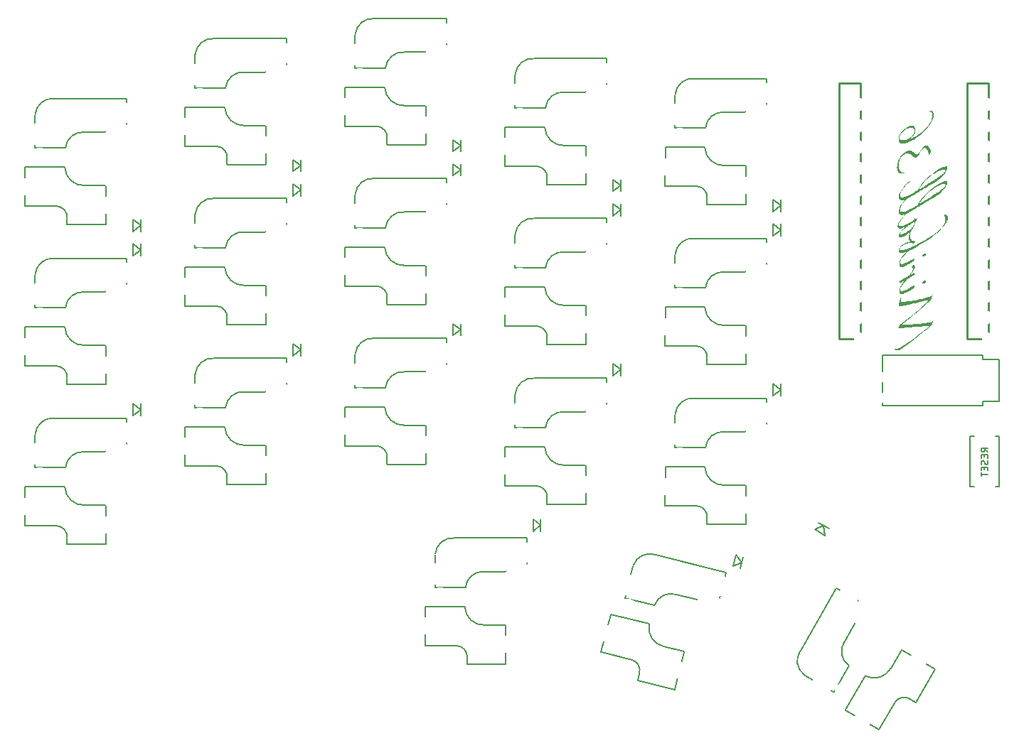
<source format=gbr>
%TF.GenerationSoftware,KiCad,Pcbnew,8.0.2-1*%
%TF.CreationDate,2024-06-10T16:48:46+09:00*%
%TF.ProjectId,Miriball36,4d697269-6261-46c6-9c33-362e6b696361,rev?*%
%TF.SameCoordinates,Original*%
%TF.FileFunction,Legend,Bot*%
%TF.FilePolarity,Positive*%
%FSLAX46Y46*%
G04 Gerber Fmt 4.6, Leading zero omitted, Abs format (unit mm)*
G04 Created by KiCad (PCBNEW 8.0.2-1) date 2024-06-10 16:48:46*
%MOMM*%
%LPD*%
G01*
G04 APERTURE LIST*
G04 Aperture macros list*
%AMRotRect*
0 Rectangle, with rotation*
0 The origin of the aperture is its center*
0 $1 length*
0 $2 width*
0 $3 Rotation angle, in degrees counterclockwise*
0 Add horizontal line*
21,1,$1,$2,0,0,$3*%
G04 Aperture macros list end*
%ADD10C,0.150000*%
%ADD11C,0.250000*%
%ADD12C,0.000000*%
%ADD13R,1.800000X1.500000*%
%ADD14C,4.900000*%
%ADD15C,1.900000*%
%ADD16C,1.700000*%
%ADD17C,3.000000*%
%ADD18C,4.000000*%
%ADD19R,0.700000X1.500000*%
%ADD20R,2.000000X2.000000*%
%ADD21R,2.500000X2.500000*%
%ADD22R,1.900000X2.000000*%
%ADD23R,2.400000X2.400000*%
%ADD24C,3.987800*%
%ADD25C,3.048000*%
%ADD26RotRect,0.700000X1.500000X60.000000*%
%ADD27RotRect,2.000000X2.000000X240.000000*%
%ADD28RotRect,2.500000X2.500000X240.000000*%
%ADD29RotRect,1.900000X2.000000X240.000000*%
%ADD30RotRect,2.400000X2.400000X240.000000*%
%ADD31C,1.397000*%
%ADD32C,1.200000*%
%ADD33R,2.100000X1.200000*%
%ADD34RotRect,1.800000X1.500000X240.000000*%
%ADD35RotRect,1.800000X1.500000X166.000000*%
%ADD36C,2.500000*%
%ADD37RotRect,0.700000X1.500000X346.000000*%
%ADD38RotRect,2.000000X2.000000X166.000000*%
%ADD39RotRect,2.500000X2.500000X166.000000*%
%ADD40RotRect,1.900000X2.000000X166.000000*%
%ADD41RotRect,2.400000X2.400000X166.000000*%
%ADD42C,1.524000*%
G04 APERTURE END LIST*
D10*
X165192295Y-93848095D02*
X164811342Y-93581428D01*
X165192295Y-93390952D02*
X164392295Y-93390952D01*
X164392295Y-93390952D02*
X164392295Y-93695714D01*
X164392295Y-93695714D02*
X164430390Y-93771904D01*
X164430390Y-93771904D02*
X164468485Y-93809999D01*
X164468485Y-93809999D02*
X164544676Y-93848095D01*
X164544676Y-93848095D02*
X164658961Y-93848095D01*
X164658961Y-93848095D02*
X164735152Y-93809999D01*
X164735152Y-93809999D02*
X164773247Y-93771904D01*
X164773247Y-93771904D02*
X164811342Y-93695714D01*
X164811342Y-93695714D02*
X164811342Y-93390952D01*
X164773247Y-94190952D02*
X164773247Y-94457618D01*
X165192295Y-94571904D02*
X165192295Y-94190952D01*
X165192295Y-94190952D02*
X164392295Y-94190952D01*
X164392295Y-94190952D02*
X164392295Y-94571904D01*
X165154200Y-94876666D02*
X165192295Y-94990952D01*
X165192295Y-94990952D02*
X165192295Y-95181428D01*
X165192295Y-95181428D02*
X165154200Y-95257619D01*
X165154200Y-95257619D02*
X165116104Y-95295714D01*
X165116104Y-95295714D02*
X165039914Y-95333809D01*
X165039914Y-95333809D02*
X164963723Y-95333809D01*
X164963723Y-95333809D02*
X164887533Y-95295714D01*
X164887533Y-95295714D02*
X164849438Y-95257619D01*
X164849438Y-95257619D02*
X164811342Y-95181428D01*
X164811342Y-95181428D02*
X164773247Y-95029047D01*
X164773247Y-95029047D02*
X164735152Y-94952857D01*
X164735152Y-94952857D02*
X164697057Y-94914762D01*
X164697057Y-94914762D02*
X164620866Y-94876666D01*
X164620866Y-94876666D02*
X164544676Y-94876666D01*
X164544676Y-94876666D02*
X164468485Y-94914762D01*
X164468485Y-94914762D02*
X164430390Y-94952857D01*
X164430390Y-94952857D02*
X164392295Y-95029047D01*
X164392295Y-95029047D02*
X164392295Y-95219524D01*
X164392295Y-95219524D02*
X164430390Y-95333809D01*
X164773247Y-95676667D02*
X164773247Y-95943333D01*
X165192295Y-96057619D02*
X165192295Y-95676667D01*
X165192295Y-95676667D02*
X164392295Y-95676667D01*
X164392295Y-95676667D02*
X164392295Y-96057619D01*
X164392295Y-96286191D02*
X164392295Y-96743334D01*
X165192295Y-96514762D02*
X164392295Y-96514762D01*
%TO.C,D11*%
X63393250Y-88121300D02*
X64293250Y-88821300D01*
X63393250Y-89521300D02*
X63393250Y-88121300D01*
X64293250Y-88821300D02*
X63393250Y-89521300D01*
X64293250Y-89521300D02*
X64293250Y-88121300D01*
%TO.C,D8*%
X101494050Y-59545700D02*
X102394050Y-60245700D01*
X101494050Y-60945700D02*
X101494050Y-59545700D01*
X102394050Y-60245700D02*
X101494050Y-60945700D01*
X102394050Y-60945700D02*
X102394050Y-59545700D01*
%TO.C,SW1*%
X50565000Y-59940000D02*
X50540001Y-64540000D01*
X51740000Y-53690000D02*
X51740000Y-57635000D01*
X51740000Y-57644000D02*
X55350000Y-57644000D01*
X54340000Y-64565000D02*
X50565000Y-64565000D01*
X55265000Y-59915000D02*
X50565000Y-59915000D01*
X55560000Y-66040000D02*
X55560000Y-66740000D01*
X60115000Y-62115000D02*
X57565000Y-62115000D01*
X60115000Y-66765000D02*
X55565000Y-66765000D01*
X60140000Y-62139999D02*
X60140000Y-66740000D01*
X62640000Y-51736000D02*
X54015000Y-51736000D01*
X62640000Y-55644000D02*
X62640000Y-51736000D01*
X62640000Y-55690000D02*
X57590000Y-55736000D01*
X51751000Y-53620000D02*
G75*
G02*
X54015000Y-51736000I2074000J-190000D01*
G01*
X54340000Y-64570000D02*
G75*
G02*
X55560000Y-65990000I-100000J-1320000D01*
G01*
X55355001Y-57619999D02*
G75*
G02*
X57615000Y-55740000I2069998J-189999D01*
G01*
X57640000Y-62110000D02*
G75*
G02*
X55270000Y-59940000I-100000J2270000D01*
G01*
%TO.C,SW4*%
X107716200Y-55177400D02*
X107691201Y-59777400D01*
X108891200Y-48927400D02*
X108891200Y-52872400D01*
X108891200Y-52881400D02*
X112501200Y-52881400D01*
X111491200Y-59802400D02*
X107716200Y-59802400D01*
X112416200Y-55152400D02*
X107716200Y-55152400D01*
X112711200Y-61277400D02*
X112711200Y-61977400D01*
X117266200Y-57352400D02*
X114716200Y-57352400D01*
X117266200Y-62002400D02*
X112716200Y-62002400D01*
X117291200Y-57377399D02*
X117291200Y-61977400D01*
X119791200Y-46973400D02*
X111166200Y-46973400D01*
X119791200Y-50881400D02*
X119791200Y-46973400D01*
X119791200Y-50927400D02*
X114741200Y-50973400D01*
X108902200Y-48857400D02*
G75*
G02*
X111166200Y-46973400I2074000J-190000D01*
G01*
X111491200Y-59807400D02*
G75*
G02*
X112711200Y-61227400I-100000J-1320000D01*
G01*
X112506201Y-52857399D02*
G75*
G02*
X114766200Y-50977400I2069998J-189999D01*
G01*
X114791200Y-57347400D02*
G75*
G02*
X112421200Y-55177400I-100000J2270000D01*
G01*
%TO.C,SW7*%
X69615400Y-71846500D02*
X69590401Y-76446500D01*
X70790400Y-65596500D02*
X70790400Y-69541500D01*
X70790400Y-69550500D02*
X74400400Y-69550500D01*
X73390400Y-76471500D02*
X69615400Y-76471500D01*
X74315400Y-71821500D02*
X69615400Y-71821500D01*
X74610400Y-77946500D02*
X74610400Y-78646500D01*
X79165400Y-74021500D02*
X76615400Y-74021500D01*
X79165400Y-78671500D02*
X74615400Y-78671500D01*
X79190400Y-74046499D02*
X79190400Y-78646500D01*
X81690400Y-63642500D02*
X73065400Y-63642500D01*
X81690400Y-67550500D02*
X81690400Y-63642500D01*
X81690400Y-67596500D02*
X76640400Y-67642500D01*
X70801400Y-65526500D02*
G75*
G02*
X73065400Y-63642500I2074000J-190000D01*
G01*
X73390400Y-76476500D02*
G75*
G02*
X74610400Y-77896500I-100000J-1320000D01*
G01*
X74405401Y-69526499D02*
G75*
G02*
X76665400Y-67646500I2069998J-189999D01*
G01*
X76690400Y-74016500D02*
G75*
G02*
X74320400Y-71846500I-100000J2270000D01*
G01*
%TO.C,SW18*%
X143409777Y-120487755D02*
X146826247Y-122460255D01*
X146834041Y-122464755D02*
X148639041Y-119338403D01*
X147167563Y-110071078D02*
X142855063Y-117540547D01*
X148234936Y-124630335D02*
X152206153Y-126951985D01*
X150551990Y-112025078D02*
X147167563Y-110071078D01*
X150563285Y-120547515D02*
X148213285Y-124617835D01*
X150591828Y-112048078D02*
X148106665Y-116444506D01*
X154127803Y-123673589D02*
X152240303Y-126942835D01*
X154893541Y-117447292D02*
X153618541Y-119655657D01*
X154927691Y-117438141D02*
X158911408Y-119738142D01*
X156015191Y-123354538D02*
X156621408Y-123704538D01*
X158920559Y-119772292D02*
X156645559Y-123712708D01*
X143354655Y-120443229D02*
G75*
G02*
X142855063Y-117540547I1201545J1701137D01*
G01*
X148620756Y-119322072D02*
G75*
G02*
X148122630Y-116424856I1199539J1697670D01*
G01*
X153651711Y-119588205D02*
G75*
G02*
X150587436Y-120555685I-2015877J1048395D01*
G01*
X154132133Y-123676089D02*
G75*
G02*
X155971889Y-123329538I1093153J-746600D01*
G01*
%TO.C,SW16*%
X98191000Y-112328600D02*
X98166001Y-116928600D01*
X99366000Y-106078600D02*
X99366000Y-110023600D01*
X99366000Y-110032600D02*
X102976000Y-110032600D01*
X101966000Y-116953600D02*
X98191000Y-116953600D01*
X102891000Y-112303600D02*
X98191000Y-112303600D01*
X103186000Y-118428600D02*
X103186000Y-119128600D01*
X107741000Y-114503600D02*
X105191000Y-114503600D01*
X107741000Y-119153600D02*
X103191000Y-119153600D01*
X107766000Y-114528599D02*
X107766000Y-119128600D01*
X110266000Y-104124600D02*
X101641000Y-104124600D01*
X110266000Y-108032600D02*
X110266000Y-104124600D01*
X110266000Y-108078600D02*
X105216000Y-108124600D01*
X99377000Y-106008600D02*
G75*
G02*
X101641000Y-104124600I2074000J-190000D01*
G01*
X101966000Y-116958600D02*
G75*
G02*
X103186000Y-118378600I-100000J-1320000D01*
G01*
X102981001Y-110008599D02*
G75*
G02*
X105241000Y-108128600I2069998J-189999D01*
G01*
X105266000Y-114498600D02*
G75*
G02*
X102896000Y-112328600I-100000J2270000D01*
G01*
%TO.C,J2*%
X152610000Y-82300000D02*
X164610000Y-82300000D01*
X152610000Y-88300000D02*
X152610000Y-82300000D01*
X164610000Y-82300000D02*
X164610000Y-82800000D01*
X164610000Y-82800000D02*
X166510000Y-82800000D01*
X164610000Y-87800000D02*
X166510000Y-87800000D01*
X164610000Y-88300000D02*
X152610000Y-88300000D01*
X164610000Y-88300000D02*
X164610000Y-87800000D01*
X166510000Y-82850000D02*
X166510000Y-87800000D01*
%TO.C,SW2*%
X69615400Y-52796100D02*
X69590401Y-57396100D01*
X70790400Y-46546100D02*
X70790400Y-50491100D01*
X70790400Y-50500100D02*
X74400400Y-50500100D01*
X73390400Y-57421100D02*
X69615400Y-57421100D01*
X74315400Y-52771100D02*
X69615400Y-52771100D01*
X74610400Y-58896100D02*
X74610400Y-59596100D01*
X79165400Y-54971100D02*
X76615400Y-54971100D01*
X79165400Y-59621100D02*
X74615400Y-59621100D01*
X79190400Y-54996099D02*
X79190400Y-59596100D01*
X81690400Y-44592100D02*
X73065400Y-44592100D01*
X81690400Y-48500100D02*
X81690400Y-44592100D01*
X81690400Y-48546100D02*
X76640400Y-48592100D01*
X70801400Y-46476100D02*
G75*
G02*
X73065400Y-44592100I2074000J-190000D01*
G01*
X73390400Y-57426100D02*
G75*
G02*
X74610400Y-58846100I-100000J-1320000D01*
G01*
X74405401Y-50476099D02*
G75*
G02*
X76665400Y-48596100I2069998J-189999D01*
G01*
X76690400Y-54966100D02*
G75*
G02*
X74320400Y-52796100I-100000J2270000D01*
G01*
%TO.C,SW6*%
X50565000Y-78990400D02*
X50540001Y-83590400D01*
X51740000Y-72740400D02*
X51740000Y-76685400D01*
X51740000Y-76694400D02*
X55350000Y-76694400D01*
X54340000Y-83615400D02*
X50565000Y-83615400D01*
X55265000Y-78965400D02*
X50565000Y-78965400D01*
X55560000Y-85090400D02*
X55560000Y-85790400D01*
X60115000Y-81165400D02*
X57565000Y-81165400D01*
X60115000Y-85815400D02*
X55565000Y-85815400D01*
X60140000Y-81190399D02*
X60140000Y-85790400D01*
X62640000Y-70786400D02*
X54015000Y-70786400D01*
X62640000Y-74694400D02*
X62640000Y-70786400D01*
X62640000Y-74740400D02*
X57590000Y-74786400D01*
X51751000Y-72670400D02*
G75*
G02*
X54015000Y-70786400I2074000J-190000D01*
G01*
X54340000Y-83620400D02*
G75*
G02*
X55560000Y-85040400I-100000J-1320000D01*
G01*
X55355001Y-76670399D02*
G75*
G02*
X57615000Y-74790400I2069998J-189999D01*
G01*
X57640000Y-81160400D02*
G75*
G02*
X55270000Y-78990400I-100000J2270000D01*
G01*
%TO.C,SW3*%
X88665800Y-50414800D02*
X88640801Y-55014800D01*
X89840800Y-44164800D02*
X89840800Y-48109800D01*
X89840800Y-48118800D02*
X93450800Y-48118800D01*
X92440800Y-55039800D02*
X88665800Y-55039800D01*
X93365800Y-50389800D02*
X88665800Y-50389800D01*
X93660800Y-56514800D02*
X93660800Y-57214800D01*
X98215800Y-52589800D02*
X95665800Y-52589800D01*
X98215800Y-57239800D02*
X93665800Y-57239800D01*
X98240800Y-52614799D02*
X98240800Y-57214800D01*
X100740800Y-42210800D02*
X92115800Y-42210800D01*
X100740800Y-46118800D02*
X100740800Y-42210800D01*
X100740800Y-46164800D02*
X95690800Y-46210800D01*
X89851800Y-44094800D02*
G75*
G02*
X92115800Y-42210800I2074000J-190000D01*
G01*
X92440800Y-55044800D02*
G75*
G02*
X93660800Y-56464800I-100000J-1320000D01*
G01*
X93455801Y-48094799D02*
G75*
G02*
X95715800Y-46214800I2069998J-189999D01*
G01*
X95740800Y-52584800D02*
G75*
G02*
X93370800Y-50414800I-100000J2270000D01*
G01*
%TO.C,D9*%
X120544450Y-64308300D02*
X121444450Y-65008300D01*
X120544450Y-65708300D02*
X120544450Y-64308300D01*
X121444450Y-65008300D02*
X120544450Y-65708300D01*
X121444450Y-65708300D02*
X121444450Y-64308300D01*
%TO.C,D10*%
X139594850Y-66689600D02*
X140494850Y-67389600D01*
X139594850Y-68089600D02*
X139594850Y-66689600D01*
X140494850Y-67389600D02*
X139594850Y-68089600D01*
X140494850Y-68089600D02*
X140494850Y-66689600D01*
%TO.C,D14*%
X120544450Y-83358700D02*
X121444450Y-84058700D01*
X120544450Y-84758700D02*
X120544450Y-83358700D01*
X121444450Y-84058700D02*
X120544450Y-84758700D01*
X121444450Y-84758700D02*
X121444450Y-83358700D01*
%TO.C,D18*%
X144583782Y-103094167D02*
X145640000Y-102664744D01*
X145640000Y-102664744D02*
X145796218Y-103794167D01*
X145796218Y-103794167D02*
X144583782Y-103094167D01*
X146246218Y-103014744D02*
X145033782Y-102314744D01*
%TO.C,D17*%
X134812459Y-107508742D02*
X135151150Y-106150328D01*
X135151150Y-106150328D02*
X135855071Y-107047265D01*
X135685726Y-107726472D02*
X136024416Y-106368058D01*
X135855071Y-107047265D02*
X134812459Y-107508742D01*
%TO.C,D5*%
X139594850Y-63793250D02*
X140494850Y-64493250D01*
X139594850Y-65193250D02*
X139594850Y-63793250D01*
X140494850Y-64493250D02*
X139594850Y-65193250D01*
X140494850Y-65193250D02*
X140494850Y-63793250D01*
%TO.C,D7*%
X82443650Y-61927000D02*
X83343650Y-62627000D01*
X82443650Y-63327000D02*
X82443650Y-61927000D01*
X83343650Y-62627000D02*
X82443650Y-63327000D01*
X83343650Y-63327000D02*
X83343650Y-61927000D01*
%TO.C,D6*%
X63393250Y-69070900D02*
X64293250Y-69770900D01*
X63393250Y-70470900D02*
X63393250Y-69070900D01*
X64293250Y-69770900D02*
X63393250Y-70470900D01*
X64293250Y-70470900D02*
X64293250Y-69070900D01*
%TO.C,D13*%
X101494050Y-78596100D02*
X102394050Y-79296100D01*
X101494050Y-79996100D02*
X101494050Y-78596100D01*
X102394050Y-79296100D02*
X101494050Y-79996100D01*
X102394050Y-79996100D02*
X102394050Y-78596100D01*
%TO.C,SW8*%
X88665800Y-69465200D02*
X88640801Y-74065200D01*
X89840800Y-63215200D02*
X89840800Y-67160200D01*
X89840800Y-67169200D02*
X93450800Y-67169200D01*
X92440800Y-74090200D02*
X88665800Y-74090200D01*
X93365800Y-69440200D02*
X88665800Y-69440200D01*
X93660800Y-75565200D02*
X93660800Y-76265200D01*
X98215800Y-71640200D02*
X95665800Y-71640200D01*
X98215800Y-76290200D02*
X93665800Y-76290200D01*
X98240800Y-71665199D02*
X98240800Y-76265200D01*
X100740800Y-61261200D02*
X92115800Y-61261200D01*
X100740800Y-65169200D02*
X100740800Y-61261200D01*
X100740800Y-65215200D02*
X95690800Y-65261200D01*
X89851800Y-63145200D02*
G75*
G02*
X92115800Y-61261200I2074000J-190000D01*
G01*
X92440800Y-74095200D02*
G75*
G02*
X93660800Y-75515200I-100000J-1320000D01*
G01*
X93455801Y-67145199D02*
G75*
G02*
X95715800Y-65265200I2069998J-189999D01*
G01*
X95740800Y-71635200D02*
G75*
G02*
X93370800Y-69465200I-100000J2270000D01*
G01*
%TO.C,SW15*%
X126766600Y-95659500D02*
X126741601Y-100259500D01*
X127941600Y-89409500D02*
X127941600Y-93354500D01*
X127941600Y-93363500D02*
X131551600Y-93363500D01*
X130541600Y-100284500D02*
X126766600Y-100284500D01*
X131466600Y-95634500D02*
X126766600Y-95634500D01*
X131761600Y-101759500D02*
X131761600Y-102459500D01*
X136316600Y-97834500D02*
X133766600Y-97834500D01*
X136316600Y-102484500D02*
X131766600Y-102484500D01*
X136341600Y-97859499D02*
X136341600Y-102459500D01*
X138841600Y-87455500D02*
X130216600Y-87455500D01*
X138841600Y-91363500D02*
X138841600Y-87455500D01*
X138841600Y-91409500D02*
X133791600Y-91455500D01*
X127952600Y-89339500D02*
G75*
G02*
X130216600Y-87455500I2074000J-190000D01*
G01*
X130541600Y-100289500D02*
G75*
G02*
X131761600Y-101709500I-100000J-1320000D01*
G01*
X131556601Y-93339499D02*
G75*
G02*
X133816600Y-91459500I2069998J-189999D01*
G01*
X133841600Y-97829500D02*
G75*
G02*
X131471600Y-95659500I-100000J2270000D01*
G01*
%TO.C,SW5*%
X126766600Y-57558700D02*
X126741601Y-62158700D01*
X127941600Y-51308700D02*
X127941600Y-55253700D01*
X127941600Y-55262700D02*
X131551600Y-55262700D01*
X130541600Y-62183700D02*
X126766600Y-62183700D01*
X131466600Y-57533700D02*
X126766600Y-57533700D01*
X131761600Y-63658700D02*
X131761600Y-64358700D01*
X136316600Y-59733700D02*
X133766600Y-59733700D01*
X136316600Y-64383700D02*
X131766600Y-64383700D01*
X136341600Y-59758699D02*
X136341600Y-64358700D01*
X138841600Y-49354700D02*
X130216600Y-49354700D01*
X138841600Y-53262700D02*
X138841600Y-49354700D01*
X138841600Y-53308700D02*
X133791600Y-53354700D01*
X127952600Y-51238700D02*
G75*
G02*
X130216600Y-49354700I2074000J-190000D01*
G01*
X130541600Y-62188700D02*
G75*
G02*
X131761600Y-63608700I-100000J-1320000D01*
G01*
X131556601Y-55238699D02*
G75*
G02*
X133816600Y-53358700I2069998J-189999D01*
G01*
X133841600Y-59728700D02*
G75*
G02*
X131471600Y-57558700I-100000J2270000D01*
G01*
%TO.C,SW19*%
X163030000Y-92010000D02*
X163530000Y-92010000D01*
X163030000Y-98010000D02*
X163030000Y-92010000D01*
X163030000Y-98010000D02*
X163030000Y-92110000D01*
X163030000Y-98010000D02*
X163530000Y-98010000D01*
X166530000Y-92010000D02*
X166130000Y-92010000D01*
X166530000Y-92010000D02*
X166530000Y-98010000D01*
X166530000Y-98010000D02*
X166130000Y-98010000D01*
%TO.C,SW13*%
X88665800Y-88515600D02*
X88640801Y-93115600D01*
X89840800Y-82265600D02*
X89840800Y-86210600D01*
X89840800Y-86219600D02*
X93450800Y-86219600D01*
X92440800Y-93140600D02*
X88665800Y-93140600D01*
X93365800Y-88490600D02*
X88665800Y-88490600D01*
X93660800Y-94615600D02*
X93660800Y-95315600D01*
X98215800Y-90690600D02*
X95665800Y-90690600D01*
X98215800Y-95340600D02*
X93665800Y-95340600D01*
X98240800Y-90715599D02*
X98240800Y-95315600D01*
X100740800Y-80311600D02*
X92115800Y-80311600D01*
X100740800Y-84219600D02*
X100740800Y-80311600D01*
X100740800Y-84265600D02*
X95690800Y-84311600D01*
X89851800Y-82195600D02*
G75*
G02*
X92115800Y-80311600I2074000J-190000D01*
G01*
X92440800Y-93145600D02*
G75*
G02*
X93660800Y-94565600I-100000J-1320000D01*
G01*
X93455801Y-86195599D02*
G75*
G02*
X95715800Y-84315600I2069998J-189999D01*
G01*
X95740800Y-90685600D02*
G75*
G02*
X93370800Y-88515600I-100000J2270000D01*
G01*
%TO.C,D2*%
X82443650Y-59030650D02*
X83343650Y-59730650D01*
X82443650Y-60430650D02*
X82443650Y-59030650D01*
X83343650Y-59730650D02*
X82443650Y-60430650D01*
X83343650Y-60430650D02*
X83343650Y-59030650D01*
%TO.C,D4*%
X120544450Y-61411950D02*
X121444450Y-62111950D01*
X120544450Y-62811950D02*
X120544450Y-61411950D01*
X121444450Y-62111950D02*
X120544450Y-62811950D01*
X121444450Y-62811950D02*
X121444450Y-61411950D01*
%TO.C,SW17*%
X120282408Y-113238432D02*
X119145311Y-117695745D01*
X121977958Y-111294891D02*
X125480726Y-112168230D01*
X122826386Y-118639305D02*
X119163519Y-117726050D01*
X122934517Y-107458342D02*
X121980135Y-111286159D01*
X123653312Y-120365636D02*
X123483966Y-121044843D01*
X124848846Y-114351208D02*
X120288456Y-113214175D01*
X127897615Y-122171055D02*
X123482770Y-121070310D01*
X129022552Y-117659180D02*
X126548298Y-117042279D01*
X129040762Y-117689484D02*
X127927921Y-122152845D01*
X133026897Y-112035882D02*
X128115775Y-110858810D01*
X133038025Y-111991249D02*
X133983456Y-108199333D01*
X133983456Y-108199333D02*
X125614655Y-106112757D01*
X122825176Y-118644157D02*
G75*
G02*
X123665407Y-120317121I-416373J-1256601D01*
G01*
X122962125Y-107393083D02*
G75*
G02*
X125614655Y-106112756I1966430J-686104D01*
G01*
X125491384Y-112146151D02*
G75*
G02*
X128139065Y-110868739I1962548J-685138D01*
G01*
X126622280Y-117055571D02*
G75*
G02*
X124847650Y-114376675I452134J2226764D01*
G01*
%TO.C,D1*%
X63393250Y-66174550D02*
X64293250Y-66874550D01*
X63393250Y-67574550D02*
X63393250Y-66174550D01*
X64293250Y-66874550D02*
X63393250Y-67574550D01*
X64293250Y-67574550D02*
X64293250Y-66174550D01*
%TO.C,D12*%
X82443650Y-80977400D02*
X83343650Y-81677400D01*
X82443650Y-82377400D02*
X82443650Y-80977400D01*
X83343650Y-81677400D02*
X82443650Y-82377400D01*
X83343650Y-82377400D02*
X83343650Y-80977400D01*
%TO.C,D16*%
X111019250Y-101894050D02*
X111919250Y-102594050D01*
X111019250Y-103294050D02*
X111019250Y-101894050D01*
X111919250Y-102594050D02*
X111019250Y-103294050D01*
X111919250Y-103294050D02*
X111919250Y-101894050D01*
%TO.C,SW10*%
X126766600Y-76609100D02*
X126741601Y-81209100D01*
X127941600Y-70359100D02*
X127941600Y-74304100D01*
X127941600Y-74313100D02*
X131551600Y-74313100D01*
X130541600Y-81234100D02*
X126766600Y-81234100D01*
X131466600Y-76584100D02*
X126766600Y-76584100D01*
X131761600Y-82709100D02*
X131761600Y-83409100D01*
X136316600Y-78784100D02*
X133766600Y-78784100D01*
X136316600Y-83434100D02*
X131766600Y-83434100D01*
X136341600Y-78809099D02*
X136341600Y-83409100D01*
X138841600Y-68405100D02*
X130216600Y-68405100D01*
X138841600Y-72313100D02*
X138841600Y-68405100D01*
X138841600Y-72359100D02*
X133791600Y-72405100D01*
X127952600Y-70289100D02*
G75*
G02*
X130216600Y-68405100I2074000J-190000D01*
G01*
X130541600Y-81239100D02*
G75*
G02*
X131761600Y-82659100I-100000J-1320000D01*
G01*
X131556601Y-74289099D02*
G75*
G02*
X133816600Y-72409100I2069998J-189999D01*
G01*
X133841600Y-78779100D02*
G75*
G02*
X131471600Y-76609100I-100000J2270000D01*
G01*
%TO.C,D3*%
X101494050Y-56649350D02*
X102394050Y-57349350D01*
X101494050Y-58049350D02*
X101494050Y-56649350D01*
X102394050Y-57349350D02*
X101494050Y-58049350D01*
X102394050Y-58049350D02*
X102394050Y-56649350D01*
%TO.C,SW14*%
X107716200Y-93278200D02*
X107691201Y-97878200D01*
X108891200Y-87028200D02*
X108891200Y-90973200D01*
X108891200Y-90982200D02*
X112501200Y-90982200D01*
X111491200Y-97903200D02*
X107716200Y-97903200D01*
X112416200Y-93253200D02*
X107716200Y-93253200D01*
X112711200Y-99378200D02*
X112711200Y-100078200D01*
X117266200Y-95453200D02*
X114716200Y-95453200D01*
X117266200Y-100103200D02*
X112716200Y-100103200D01*
X117291200Y-95478199D02*
X117291200Y-100078200D01*
X119791200Y-85074200D02*
X111166200Y-85074200D01*
X119791200Y-88982200D02*
X119791200Y-85074200D01*
X119791200Y-89028200D02*
X114741200Y-89074200D01*
X108902200Y-86958200D02*
G75*
G02*
X111166200Y-85074200I2074000J-190000D01*
G01*
X111491200Y-97908200D02*
G75*
G02*
X112711200Y-99328200I-100000J-1320000D01*
G01*
X112506201Y-90958199D02*
G75*
G02*
X114766200Y-89078200I2069998J-189999D01*
G01*
X114791200Y-95448200D02*
G75*
G02*
X112421200Y-93278200I-100000J2270000D01*
G01*
D11*
%TO.C,U1*%
X147438465Y-49934255D02*
X149978465Y-49934255D01*
D10*
X147438465Y-80414255D02*
X147438465Y-49934255D01*
D11*
X147438465Y-80414255D02*
X147438465Y-49934255D01*
X149978465Y-49934255D02*
X149978465Y-80414255D01*
X149978465Y-80414255D02*
X147438465Y-80414255D01*
X162678465Y-49934255D02*
X165218465Y-49934255D01*
X162678465Y-80414255D02*
X162678465Y-49934255D01*
D10*
X165218465Y-49934255D02*
X165218465Y-80414255D01*
D11*
X165218465Y-49934255D02*
X165218465Y-80414255D01*
X165218465Y-80414255D02*
X162678465Y-80414255D01*
D10*
%TO.C,SW11*%
X50565000Y-98040800D02*
X50540001Y-102640800D01*
X51740000Y-91790800D02*
X51740000Y-95735800D01*
X51740000Y-95744800D02*
X55350000Y-95744800D01*
X54340000Y-102665800D02*
X50565000Y-102665800D01*
X55265000Y-98015800D02*
X50565000Y-98015800D01*
X55560000Y-104140800D02*
X55560000Y-104840800D01*
X60115000Y-100215800D02*
X57565000Y-100215800D01*
X60115000Y-104865800D02*
X55565000Y-104865800D01*
X60140000Y-100240799D02*
X60140000Y-104840800D01*
X62640000Y-89836800D02*
X54015000Y-89836800D01*
X62640000Y-93744800D02*
X62640000Y-89836800D01*
X62640000Y-93790800D02*
X57590000Y-93836800D01*
X51751000Y-91720800D02*
G75*
G02*
X54015000Y-89836800I2074000J-190000D01*
G01*
X54340000Y-102670800D02*
G75*
G02*
X55560000Y-104090800I-100000J-1320000D01*
G01*
X55355001Y-95720799D02*
G75*
G02*
X57615000Y-93840800I2069998J-189999D01*
G01*
X57640000Y-100210800D02*
G75*
G02*
X55270000Y-98040800I-100000J2270000D01*
G01*
%TO.C,SW12*%
X69615400Y-90896900D02*
X69590401Y-95496900D01*
X70790400Y-84646900D02*
X70790400Y-88591900D01*
X70790400Y-88600900D02*
X74400400Y-88600900D01*
X73390400Y-95521900D02*
X69615400Y-95521900D01*
X74315400Y-90871900D02*
X69615400Y-90871900D01*
X74610400Y-96996900D02*
X74610400Y-97696900D01*
X79165400Y-93071900D02*
X76615400Y-93071900D01*
X79165400Y-97721900D02*
X74615400Y-97721900D01*
X79190400Y-93096899D02*
X79190400Y-97696900D01*
X81690400Y-82692900D02*
X73065400Y-82692900D01*
X81690400Y-86600900D02*
X81690400Y-82692900D01*
X81690400Y-86646900D02*
X76640400Y-86692900D01*
X70801400Y-84576900D02*
G75*
G02*
X73065400Y-82692900I2074000J-190000D01*
G01*
X73390400Y-95526900D02*
G75*
G02*
X74610400Y-96946900I-100000J-1320000D01*
G01*
X74405401Y-88576899D02*
G75*
G02*
X76665400Y-86696900I2069998J-189999D01*
G01*
X76690400Y-93066900D02*
G75*
G02*
X74320400Y-90896900I-100000J2270000D01*
G01*
%TO.C,D15*%
X139594850Y-85740000D02*
X140494850Y-86440000D01*
X139594850Y-87140000D02*
X139594850Y-85740000D01*
X140494850Y-86440000D02*
X139594850Y-87140000D01*
X140494850Y-87140000D02*
X140494850Y-85740000D01*
%TO.C,SW9*%
X107716200Y-74227800D02*
X107691201Y-78827800D01*
X108891200Y-67977800D02*
X108891200Y-71922800D01*
X108891200Y-71931800D02*
X112501200Y-71931800D01*
X111491200Y-78852800D02*
X107716200Y-78852800D01*
X112416200Y-74202800D02*
X107716200Y-74202800D01*
X112711200Y-80327800D02*
X112711200Y-81027800D01*
X117266200Y-76402800D02*
X114716200Y-76402800D01*
X117266200Y-81052800D02*
X112716200Y-81052800D01*
X117291200Y-76427799D02*
X117291200Y-81027800D01*
X119791200Y-66023800D02*
X111166200Y-66023800D01*
X119791200Y-69931800D02*
X119791200Y-66023800D01*
X119791200Y-69977800D02*
X114741200Y-70023800D01*
X108902200Y-67907800D02*
G75*
G02*
X111166200Y-66023800I2074000J-190000D01*
G01*
X111491200Y-78857800D02*
G75*
G02*
X112711200Y-80277800I-100000J-1320000D01*
G01*
X112506201Y-71907799D02*
G75*
G02*
X114766200Y-70027800I2069998J-189999D01*
G01*
X114791200Y-76397800D02*
G75*
G02*
X112421200Y-74227800I-100000J2270000D01*
G01*
D12*
%TO.C,G\u002A\u002A\u002A*%
G36*
X157714718Y-70197637D02*
G01*
X157749686Y-70217174D01*
X157768928Y-70252690D01*
X157774814Y-70306592D01*
X157774723Y-70314971D01*
X157765123Y-70382095D01*
X157737750Y-70439244D01*
X157689791Y-70492576D01*
X157658688Y-70517815D01*
X157600534Y-70552947D01*
X157540768Y-70576339D01*
X157483384Y-70587400D01*
X157432375Y-70585536D01*
X157391735Y-70570156D01*
X157365460Y-70540667D01*
X157361593Y-70531801D01*
X157352591Y-70479151D01*
X157362507Y-70422767D01*
X157388527Y-70365964D01*
X157427838Y-70312056D01*
X157477625Y-70264357D01*
X157535076Y-70226183D01*
X157597376Y-70200848D01*
X157661713Y-70191666D01*
X157714718Y-70197637D01*
G37*
G36*
X157700397Y-73417597D02*
G01*
X157742477Y-73436825D01*
X157751037Y-73443969D01*
X157766317Y-73462490D01*
X157773208Y-73487173D01*
X157774814Y-73526648D01*
X157774812Y-73528162D01*
X157767605Y-73597574D01*
X157744619Y-73654459D01*
X157703057Y-73705802D01*
X157660164Y-73741794D01*
X157602421Y-73776047D01*
X157542680Y-73798901D01*
X157484996Y-73809676D01*
X157433423Y-73807690D01*
X157392013Y-73792260D01*
X157364822Y-73762704D01*
X157357758Y-73738244D01*
X157357370Y-73692531D01*
X157367077Y-73640942D01*
X157385846Y-73591881D01*
X157388476Y-73586874D01*
X157425832Y-73534214D01*
X157474828Y-73488816D01*
X157531125Y-73452568D01*
X157590380Y-73427357D01*
X157648251Y-73415071D01*
X157700397Y-73417597D01*
G37*
G36*
X158421183Y-53204616D02*
G01*
X158455414Y-53209255D01*
X158538420Y-53231998D01*
X158606199Y-53268693D01*
X158656070Y-53318044D01*
X158680381Y-53358006D01*
X158711647Y-53433708D01*
X158734461Y-53522091D01*
X158746950Y-53616990D01*
X158746486Y-53719688D01*
X158729155Y-53847344D01*
X158694773Y-53986410D01*
X158644105Y-54135238D01*
X158577915Y-54292176D01*
X158496967Y-54455577D01*
X158402025Y-54623792D01*
X158293853Y-54795169D01*
X158173216Y-54968062D01*
X158040878Y-55140819D01*
X157975302Y-55221149D01*
X157770680Y-55455290D01*
X157549052Y-55686625D01*
X157314156Y-55911807D01*
X157069731Y-56127490D01*
X156819515Y-56330328D01*
X156567247Y-56516974D01*
X156316666Y-56684082D01*
X156300303Y-56694301D01*
X156135449Y-56789949D01*
X155968052Y-56874468D01*
X155800760Y-56946984D01*
X155636222Y-57006625D01*
X155477086Y-57052517D01*
X155326000Y-57083786D01*
X155185612Y-57099559D01*
X155058570Y-57098964D01*
X155041775Y-57096893D01*
X154949953Y-57085572D01*
X154841397Y-57057979D01*
X154751117Y-57016732D01*
X154678131Y-56961057D01*
X154621462Y-56890179D01*
X154580128Y-56803324D01*
X154553149Y-56699719D01*
X154547077Y-56646359D01*
X154544791Y-56571857D01*
X154546843Y-56488709D01*
X154552616Y-56407784D01*
X154652554Y-56407784D01*
X154672305Y-56489893D01*
X154712707Y-56562138D01*
X154773054Y-56622979D01*
X154852639Y-56670878D01*
X154867354Y-56677397D01*
X154889475Y-56685467D01*
X154913694Y-56691046D01*
X154944294Y-56694554D01*
X154985561Y-56696413D01*
X155041775Y-56697043D01*
X155117222Y-56696865D01*
X155123745Y-56696830D01*
X155201196Y-56696006D01*
X155261090Y-56694154D01*
X155308979Y-56690732D01*
X155350414Y-56685194D01*
X155390947Y-56676996D01*
X155436128Y-56665594D01*
X155438622Y-56664924D01*
X155584014Y-56615396D01*
X155726932Y-56547037D01*
X155864374Y-56462378D01*
X155993337Y-56363950D01*
X156110818Y-56254283D01*
X156213815Y-56135910D01*
X156299325Y-56011361D01*
X156364345Y-55883167D01*
X156404067Y-55775641D01*
X156433698Y-55657918D01*
X156443585Y-55552756D01*
X156433728Y-55460209D01*
X156404129Y-55380335D01*
X156354789Y-55313188D01*
X156324205Y-55285505D01*
X156273683Y-55254262D01*
X156213324Y-55233695D01*
X156138905Y-55222521D01*
X156046203Y-55219458D01*
X155971596Y-55222532D01*
X155828059Y-55243717D01*
X155683180Y-55285511D01*
X155535062Y-55348523D01*
X155381805Y-55433366D01*
X155363044Y-55445045D01*
X155240627Y-55529699D01*
X155123528Y-55624823D01*
X155014111Y-55727683D01*
X154914740Y-55835546D01*
X154827779Y-55945678D01*
X154755590Y-56055346D01*
X154700539Y-56161816D01*
X154664988Y-56262355D01*
X154654163Y-56317349D01*
X154652554Y-56407784D01*
X154552616Y-56407784D01*
X154552853Y-56404459D01*
X154562441Y-56326649D01*
X154575224Y-56262824D01*
X154578997Y-56249173D01*
X154607286Y-56168123D01*
X154647406Y-56076489D01*
X154696331Y-55980295D01*
X154751035Y-55885568D01*
X154808492Y-55798333D01*
X154854078Y-55738848D01*
X154920070Y-55661897D01*
X154996095Y-55580258D01*
X155077394Y-55498683D01*
X155159211Y-55421926D01*
X155236789Y-55354739D01*
X155305370Y-55301877D01*
X155389160Y-55245139D01*
X155562071Y-55143703D01*
X155732981Y-55064919D01*
X155902763Y-55008359D01*
X155948151Y-54998131D01*
X156028352Y-54986914D01*
X156113244Y-54981745D01*
X156195994Y-54982705D01*
X156269770Y-54989876D01*
X156327739Y-55003337D01*
X156361369Y-55017476D01*
X156428159Y-55062960D01*
X156482935Y-55125671D01*
X156525042Y-55203174D01*
X156553825Y-55293035D01*
X156568627Y-55392817D01*
X156568795Y-55500085D01*
X156553671Y-55612405D01*
X156522602Y-55727342D01*
X156518824Y-55738141D01*
X156487530Y-55814939D01*
X156445939Y-55901956D01*
X156397793Y-55992121D01*
X156346837Y-56078369D01*
X156296813Y-56153630D01*
X156292022Y-56160223D01*
X156255301Y-56207353D01*
X156208384Y-56263518D01*
X156156800Y-56322239D01*
X156106080Y-56377041D01*
X155983688Y-56505086D01*
X156064382Y-56474713D01*
X156159071Y-56437131D01*
X156362337Y-56344474D01*
X156571080Y-56234179D01*
X156781817Y-56108502D01*
X156991063Y-55969698D01*
X157195334Y-55820021D01*
X157391145Y-55661726D01*
X157575012Y-55497069D01*
X157613342Y-55460507D01*
X157804840Y-55266878D01*
X157975555Y-55074767D01*
X158125169Y-54884665D01*
X158253370Y-54697063D01*
X158359841Y-54512453D01*
X158444267Y-54331328D01*
X158506334Y-54154180D01*
X158545726Y-53981499D01*
X158554513Y-53912594D01*
X158560392Y-53816232D01*
X158560426Y-53716891D01*
X158554843Y-53621065D01*
X158543868Y-53535246D01*
X158527729Y-53465928D01*
X158501372Y-53402511D01*
X158456464Y-53338254D01*
X158400198Y-53292015D01*
X158334716Y-53265452D01*
X158262159Y-53260226D01*
X158230491Y-53261342D01*
X158214114Y-53256749D01*
X158209907Y-53244552D01*
X158211544Y-53238646D01*
X158230052Y-53224441D01*
X158265215Y-53213000D01*
X158312087Y-53205260D01*
X158365725Y-53202153D01*
X158421183Y-53204616D01*
G37*
G36*
X157880648Y-57333537D02*
G01*
X157930364Y-57335462D01*
X157967505Y-57340574D01*
X157999959Y-57350315D01*
X158035611Y-57366130D01*
X158107510Y-57412459D01*
X158176180Y-57480472D01*
X158237571Y-57566162D01*
X158290251Y-57666774D01*
X158332782Y-57779553D01*
X158363732Y-57901744D01*
X158381665Y-58030594D01*
X158384529Y-58069161D01*
X158384625Y-58103751D01*
X158379271Y-58132762D01*
X158366660Y-58165006D01*
X158344983Y-58209293D01*
X158339638Y-58219801D01*
X158305415Y-58282813D01*
X158270165Y-58341413D01*
X158236212Y-58392285D01*
X158205883Y-58432112D01*
X158181504Y-58457578D01*
X158165400Y-58465367D01*
X158157906Y-58462461D01*
X158149290Y-58452513D01*
X158141686Y-58432601D01*
X158134203Y-58399370D01*
X158125949Y-58349466D01*
X158116033Y-58279537D01*
X158103275Y-58204444D01*
X158071802Y-58083811D01*
X158029058Y-57972078D01*
X157976649Y-57872123D01*
X157916175Y-57786825D01*
X157849242Y-57719062D01*
X157777453Y-57671713D01*
X157771436Y-57668792D01*
X157725953Y-57650212D01*
X157682242Y-57641086D01*
X157627824Y-57638657D01*
X157623863Y-57638672D01*
X157570570Y-57642393D01*
X157521536Y-57653840D01*
X157474967Y-57674705D01*
X157429072Y-57706678D01*
X157382059Y-57751449D01*
X157332137Y-57810708D01*
X157277513Y-57886147D01*
X157216397Y-57979456D01*
X157146996Y-58092324D01*
X157070295Y-58219621D01*
X156999093Y-58337062D01*
X156937663Y-58437020D01*
X156884838Y-58520902D01*
X156839456Y-58590115D01*
X156800351Y-58646068D01*
X156766359Y-58690167D01*
X156736317Y-58723820D01*
X156709059Y-58748435D01*
X156683421Y-58765418D01*
X156658240Y-58776177D01*
X156632350Y-58782120D01*
X156604587Y-58784653D01*
X156573787Y-58785185D01*
X156569203Y-58785166D01*
X156520278Y-58781644D01*
X156475676Y-58770417D01*
X156430283Y-58749133D01*
X156378985Y-58715441D01*
X156316666Y-58666990D01*
X156299673Y-58653194D01*
X156174676Y-58554589D01*
X156063792Y-58472692D01*
X155965737Y-58406682D01*
X155879225Y-58355739D01*
X155802972Y-58319042D01*
X155735694Y-58295768D01*
X155733510Y-58295203D01*
X155690249Y-58287408D01*
X155635532Y-58281842D01*
X155580654Y-58279676D01*
X155513885Y-58282549D01*
X155385940Y-58305161D01*
X155263507Y-58349377D01*
X155147681Y-58414139D01*
X155039559Y-58498390D01*
X154940238Y-58601070D01*
X154850814Y-58721123D01*
X154772384Y-58857490D01*
X154706045Y-59009112D01*
X154652891Y-59174933D01*
X154621316Y-59314174D01*
X154598450Y-59465031D01*
X154585982Y-59617167D01*
X154583831Y-59766814D01*
X154591913Y-59910202D01*
X154610147Y-60043565D01*
X154638449Y-60163133D01*
X154676738Y-60265138D01*
X154677574Y-60266906D01*
X154734038Y-60359202D01*
X154808331Y-60439180D01*
X154897195Y-60504851D01*
X154997370Y-60554224D01*
X155105597Y-60585307D01*
X155218617Y-60596111D01*
X155238010Y-60596289D01*
X155266444Y-60598561D01*
X155278691Y-60604797D01*
X155279774Y-60616689D01*
X155273709Y-60626707D01*
X155245123Y-60645198D01*
X155193657Y-60666032D01*
X155186008Y-60668674D01*
X155149048Y-60680064D01*
X155113441Y-60687654D01*
X155072972Y-60692193D01*
X155021428Y-60694432D01*
X154952592Y-60695121D01*
X154876764Y-60694369D01*
X154816936Y-60690739D01*
X154768275Y-60682756D01*
X154724578Y-60668950D01*
X154679643Y-60647850D01*
X154627267Y-60617986D01*
X154586856Y-60590321D01*
X154516319Y-60521165D01*
X154458187Y-60433675D01*
X154413451Y-60329510D01*
X154383106Y-60210327D01*
X154382099Y-60204455D01*
X154376003Y-60155077D01*
X154370909Y-60091009D01*
X154367323Y-60019889D01*
X154365754Y-59949352D01*
X154368393Y-59824104D01*
X154383995Y-59655851D01*
X154414489Y-59491951D01*
X154460980Y-59327959D01*
X154524574Y-59159433D01*
X154606374Y-58981928D01*
X154650322Y-58897594D01*
X154751770Y-58727223D01*
X154864454Y-58566714D01*
X154986275Y-58418335D01*
X155115132Y-58284356D01*
X155248925Y-58167046D01*
X155385553Y-58068676D01*
X155522916Y-57991516D01*
X155608502Y-57954810D01*
X155693643Y-57929954D01*
X155781498Y-57918044D01*
X155881574Y-57917108D01*
X155922031Y-57918998D01*
X155964882Y-57923153D01*
X156003322Y-57930896D01*
X156040538Y-57943892D01*
X156079720Y-57963805D01*
X156124057Y-57992301D01*
X156176737Y-58031044D01*
X156240951Y-58081699D01*
X156319887Y-58145932D01*
X156353748Y-58173535D01*
X156433352Y-58236823D01*
X156499322Y-58286184D01*
X156554266Y-58323142D01*
X156600792Y-58349223D01*
X156641505Y-58365948D01*
X156679014Y-58374844D01*
X156715925Y-58377433D01*
X156743022Y-58376579D01*
X156781904Y-58371227D01*
X156818265Y-58359439D01*
X156853883Y-58339471D01*
X156890538Y-58309578D01*
X156930010Y-58268015D01*
X156974077Y-58213037D01*
X157024519Y-58142899D01*
X157083115Y-58055857D01*
X157151646Y-57950166D01*
X157190012Y-57890918D01*
X157271524Y-57769997D01*
X157345723Y-57667829D01*
X157414265Y-57582553D01*
X157478805Y-57512307D01*
X157541000Y-57455231D01*
X157602504Y-57409464D01*
X157664975Y-57373143D01*
X157699319Y-57356324D01*
X157731591Y-57343572D01*
X157763178Y-57336607D01*
X157802145Y-57333755D01*
X157856554Y-57333339D01*
X157880648Y-57333537D01*
G37*
G36*
X156404463Y-71565578D02*
G01*
X156418540Y-71573556D01*
X156452523Y-71605491D01*
X156482685Y-71656713D01*
X156499871Y-71716632D01*
X156501257Y-71728084D01*
X156498549Y-71799783D01*
X156479036Y-71884398D01*
X156443756Y-71980075D01*
X156393745Y-72084963D01*
X156330040Y-72197209D01*
X156253678Y-72314961D01*
X156165695Y-72436368D01*
X156067130Y-72559576D01*
X155959017Y-72682735D01*
X155936397Y-72707812D01*
X155908329Y-72740528D01*
X155890085Y-72763927D01*
X155884826Y-72774116D01*
X155889874Y-72772924D01*
X155912164Y-72762366D01*
X155948898Y-72742845D01*
X155996553Y-72716253D01*
X156051610Y-72684482D01*
X156110336Y-72650184D01*
X156174389Y-72613304D01*
X156223635Y-72586022D01*
X156261159Y-72566907D01*
X156290047Y-72554529D01*
X156313385Y-72547458D01*
X156334258Y-72544265D01*
X156355752Y-72543518D01*
X156376661Y-72544336D01*
X156410574Y-72553238D01*
X156439717Y-72575702D01*
X156447823Y-72584259D01*
X156474178Y-72618397D01*
X156494977Y-72654250D01*
X156506888Y-72685365D01*
X156506583Y-72705286D01*
X156505749Y-72706325D01*
X156489777Y-72718379D01*
X156457962Y-72738624D01*
X156414458Y-72764504D01*
X156363417Y-72793460D01*
X156255114Y-72854142D01*
X156144047Y-72917516D01*
X156034791Y-72980922D01*
X155929695Y-73042936D01*
X155831106Y-73102135D01*
X155741371Y-73157096D01*
X155662840Y-73206394D01*
X155597860Y-73248606D01*
X155548779Y-73282308D01*
X155517945Y-73306078D01*
X155484888Y-73335995D01*
X155401903Y-73417879D01*
X155312955Y-73513683D01*
X155221867Y-73618776D01*
X155132460Y-73728528D01*
X155048556Y-73838309D01*
X154973978Y-73943488D01*
X154912548Y-74039437D01*
X154889774Y-74078680D01*
X154831806Y-74191804D01*
X154789923Y-74296040D01*
X154763960Y-74390325D01*
X154753748Y-74473595D01*
X154759120Y-74544789D01*
X154779907Y-74602842D01*
X154815944Y-74646692D01*
X154867062Y-74675275D01*
X154933094Y-74687530D01*
X155013871Y-74682393D01*
X155039242Y-74677726D01*
X155127185Y-74655085D01*
X155230781Y-74620470D01*
X155347406Y-74575136D01*
X155474436Y-74520340D01*
X155609244Y-74457336D01*
X155749207Y-74387382D01*
X155891699Y-74311732D01*
X156034097Y-74231642D01*
X156173774Y-74148369D01*
X156308107Y-74063168D01*
X156348935Y-74038593D01*
X156393289Y-74017585D01*
X156425700Y-74009252D01*
X156436875Y-74008862D01*
X156455289Y-74011543D01*
X156462182Y-74024736D01*
X156462833Y-74054934D01*
X156456147Y-74099298D01*
X156435737Y-74159115D01*
X156405343Y-74220999D01*
X156368753Y-74277388D01*
X156329753Y-74320717D01*
X156309269Y-74337531D01*
X156259365Y-74374055D01*
X156193308Y-74418796D01*
X156114032Y-74470001D01*
X156024469Y-74525921D01*
X155927549Y-74584805D01*
X155826206Y-74644902D01*
X155723371Y-74704461D01*
X155621977Y-74761731D01*
X155524955Y-74814963D01*
X155435237Y-74862404D01*
X155355756Y-74902304D01*
X155328273Y-74915498D01*
X155209822Y-74968963D01*
X155107643Y-75008429D01*
X155019715Y-75034087D01*
X154944014Y-75046128D01*
X154878519Y-75044742D01*
X154821207Y-75030121D01*
X154770054Y-75002454D01*
X154723040Y-74961932D01*
X154690652Y-74922896D01*
X154651529Y-74847883D01*
X154630025Y-74758957D01*
X154625999Y-74655409D01*
X154639313Y-74536530D01*
X154643581Y-74513041D01*
X154671417Y-74395605D01*
X154710468Y-74279496D01*
X154761931Y-74162666D01*
X154827003Y-74043068D01*
X154906879Y-73918651D01*
X155002759Y-73787370D01*
X155115837Y-73647175D01*
X155247310Y-73496018D01*
X155265365Y-73475690D01*
X155298330Y-73437288D01*
X155321169Y-73408778D01*
X155331954Y-73392636D01*
X155328760Y-73391339D01*
X155326396Y-73392825D01*
X155303712Y-73406425D01*
X155264931Y-73429170D01*
X155213634Y-73458978D01*
X155153404Y-73493764D01*
X155087824Y-73531446D01*
X155041992Y-73557711D01*
X154954911Y-73607328D01*
X154884750Y-73646234D01*
X154829089Y-73675060D01*
X154785506Y-73694438D01*
X154751581Y-73704998D01*
X154724890Y-73707371D01*
X154703015Y-73702188D01*
X154683532Y-73690081D01*
X154664022Y-73671680D01*
X154642062Y-73647617D01*
X154642018Y-73647569D01*
X154614835Y-73615396D01*
X154595449Y-73588762D01*
X154588055Y-73573429D01*
X154589418Y-73564522D01*
X154595932Y-73552124D01*
X154609380Y-73537362D01*
X154631465Y-73519106D01*
X154663893Y-73496226D01*
X154708366Y-73467588D01*
X154766588Y-73432063D01*
X154840263Y-73388519D01*
X154931095Y-73335826D01*
X155040787Y-73272851D01*
X155210276Y-73173642D01*
X155364824Y-73078082D01*
X155501618Y-72987454D01*
X155622858Y-72900170D01*
X155730743Y-72814645D01*
X155827475Y-72729293D01*
X155915253Y-72642529D01*
X155964303Y-72590045D01*
X156038200Y-72504698D01*
X156098160Y-72425345D01*
X156147635Y-72347251D01*
X156190078Y-72265685D01*
X156202039Y-72239273D01*
X156218791Y-72192951D01*
X156228037Y-72146201D01*
X156232515Y-72087520D01*
X156232986Y-72076222D01*
X156233693Y-72027988D01*
X156230332Y-71992757D01*
X156221439Y-71961785D01*
X156205551Y-71926325D01*
X156193261Y-71904091D01*
X156161480Y-71859739D01*
X156127895Y-71825710D01*
X156114468Y-71814630D01*
X156088877Y-71786727D01*
X156084825Y-71763578D01*
X156102781Y-71741886D01*
X156143217Y-71718353D01*
X156155594Y-71711921D01*
X156198561Y-71686890D01*
X156248667Y-71654930D01*
X156297446Y-71621368D01*
X156308060Y-71613739D01*
X156347480Y-71586014D01*
X156373585Y-71569970D01*
X156391029Y-71563771D01*
X156404463Y-71565578D01*
G37*
G36*
X158614746Y-75018171D02*
G01*
X158634147Y-75030637D01*
X158639159Y-75054009D01*
X158629857Y-75090910D01*
X158606315Y-75143963D01*
X158596771Y-75164415D01*
X158575105Y-75215644D01*
X158549942Y-75279671D01*
X158523682Y-75350309D01*
X158498726Y-75421370D01*
X158491407Y-75442876D01*
X158461159Y-75529802D01*
X158435045Y-75599174D01*
X158410682Y-75655011D01*
X158385689Y-75701333D01*
X158357684Y-75742160D01*
X158324285Y-75781510D01*
X158283110Y-75823404D01*
X158231777Y-75871860D01*
X158219941Y-75882833D01*
X158059919Y-76029699D01*
X157883448Y-76189143D01*
X157692510Y-76359463D01*
X157489083Y-76538956D01*
X157275148Y-76725921D01*
X157052684Y-76918655D01*
X156823672Y-77115457D01*
X156590091Y-77314625D01*
X156353923Y-77514456D01*
X156117145Y-77713249D01*
X155881740Y-77909301D01*
X155649685Y-78100911D01*
X155422963Y-78286376D01*
X155363345Y-78334904D01*
X155276130Y-78405956D01*
X155204663Y-78464348D01*
X155147375Y-78511453D01*
X155102698Y-78548645D01*
X155069066Y-78577295D01*
X155044909Y-78598776D01*
X155028661Y-78614461D01*
X155018752Y-78625723D01*
X155013616Y-78633934D01*
X155011684Y-78640466D01*
X155011389Y-78646693D01*
X155012626Y-78654576D01*
X155019748Y-78663896D01*
X155035128Y-78671057D01*
X155060945Y-78676222D01*
X155099374Y-78679558D01*
X155152592Y-78681230D01*
X155222777Y-78681403D01*
X155312105Y-78680241D01*
X155422753Y-78677911D01*
X155469821Y-78676716D01*
X155671831Y-78669789D01*
X155890040Y-78659720D01*
X156120838Y-78646807D01*
X156360614Y-78631347D01*
X156605758Y-78613639D01*
X156852658Y-78593979D01*
X157097704Y-78572665D01*
X157337285Y-78549995D01*
X157567791Y-78526265D01*
X157785611Y-78501774D01*
X157987134Y-78476818D01*
X158168750Y-78451695D01*
X158190900Y-78448409D01*
X158280042Y-78434384D01*
X158350049Y-78421437D01*
X158404418Y-78408440D01*
X158446648Y-78394265D01*
X158480235Y-78377783D01*
X158508678Y-78357866D01*
X158535475Y-78333384D01*
X158548323Y-78320940D01*
X158585036Y-78291441D01*
X158610051Y-78281942D01*
X158622731Y-78292121D01*
X158622442Y-78321657D01*
X158608547Y-78370231D01*
X158606260Y-78376688D01*
X158593551Y-78414466D01*
X158576486Y-78467143D01*
X158557016Y-78528639D01*
X158537093Y-78592872D01*
X158486839Y-78756717D01*
X158251359Y-78952308D01*
X158150670Y-79035681D01*
X157976706Y-79178672D01*
X157792365Y-79329015D01*
X157599677Y-79485108D01*
X157400672Y-79645348D01*
X157197379Y-79808132D01*
X156991829Y-79971858D01*
X156786051Y-80134922D01*
X156582076Y-80295721D01*
X156381933Y-80452654D01*
X156187652Y-80604116D01*
X156001263Y-80748506D01*
X155824797Y-80884220D01*
X155660282Y-81009655D01*
X155509750Y-81123210D01*
X155375229Y-81223280D01*
X155337803Y-81250764D01*
X155229193Y-81329316D01*
X155121010Y-81405890D01*
X155015865Y-81478732D01*
X154916370Y-81546089D01*
X154825137Y-81606207D01*
X154744776Y-81657333D01*
X154677901Y-81697714D01*
X154627121Y-81725595D01*
X154533815Y-81772508D01*
X154463921Y-81756016D01*
X154439500Y-81750483D01*
X154387482Y-81739387D01*
X154326532Y-81726960D01*
X154265336Y-81714996D01*
X154237385Y-81709506D01*
X154167232Y-81693464D01*
X154114583Y-81676899D01*
X154074965Y-81658213D01*
X154043903Y-81635806D01*
X154040683Y-81632906D01*
X154027500Y-81616454D01*
X154030389Y-81604757D01*
X154051195Y-81597057D01*
X154091764Y-81592595D01*
X154153943Y-81590613D01*
X154266665Y-81583552D01*
X154370509Y-81563981D01*
X154426850Y-81546426D01*
X154520026Y-81509574D01*
X154628865Y-81459027D01*
X154751946Y-81395558D01*
X154887849Y-81319936D01*
X155035154Y-81232932D01*
X155192440Y-81135318D01*
X155358287Y-81027865D01*
X155446492Y-80969116D01*
X155650277Y-80830356D01*
X155866759Y-80679199D01*
X156092748Y-80518034D01*
X156325053Y-80349249D01*
X156560483Y-80175233D01*
X156795848Y-79998374D01*
X157027958Y-79821060D01*
X157253622Y-79645682D01*
X157469648Y-79474625D01*
X157672847Y-79310280D01*
X157860029Y-79155035D01*
X157927594Y-79097884D01*
X157998821Y-79036530D01*
X158053956Y-78987205D01*
X158094295Y-78948440D01*
X158121139Y-78918769D01*
X158135784Y-78896722D01*
X158139529Y-78880832D01*
X158133674Y-78869631D01*
X158119516Y-78861650D01*
X158119466Y-78861631D01*
X158112376Y-78860228D01*
X158099366Y-78859424D01*
X158079462Y-78859284D01*
X158051690Y-78859873D01*
X158015075Y-78861254D01*
X157968644Y-78863492D01*
X157911422Y-78866652D01*
X157842436Y-78870797D01*
X157760711Y-78875993D01*
X157665274Y-78882303D01*
X157555150Y-78889793D01*
X157429366Y-78898526D01*
X157286947Y-78908566D01*
X157126920Y-78919979D01*
X156948310Y-78932829D01*
X156750144Y-78947179D01*
X156531447Y-78963095D01*
X156291245Y-78980640D01*
X156028564Y-78999880D01*
X155925285Y-79007644D01*
X155782690Y-79018883D01*
X155633700Y-79031139D01*
X155482049Y-79044075D01*
X155331467Y-79057357D01*
X155185686Y-79070647D01*
X155048438Y-79083611D01*
X154923455Y-79095912D01*
X154814467Y-79107215D01*
X154725207Y-79117183D01*
X154676816Y-79122775D01*
X154613243Y-79129811D01*
X154559354Y-79135416D01*
X154519702Y-79139123D01*
X154498842Y-79140463D01*
X154494797Y-79140329D01*
X154474434Y-79130961D01*
X154471826Y-79107538D01*
X154486801Y-79071067D01*
X154519184Y-79022554D01*
X154554538Y-78972298D01*
X154588090Y-78910178D01*
X154610423Y-78843937D01*
X154625476Y-78763996D01*
X154628992Y-78739871D01*
X154635987Y-78700797D01*
X154643616Y-78677514D01*
X154654038Y-78664782D01*
X154669410Y-78657363D01*
X154692429Y-78648524D01*
X154730594Y-78630905D01*
X154774741Y-78607039D01*
X154826424Y-78575877D01*
X154887197Y-78536372D01*
X154958615Y-78487476D01*
X155042230Y-78428142D01*
X155139598Y-78357321D01*
X155252271Y-78273966D01*
X155381805Y-78177029D01*
X155492260Y-78093118D01*
X155632696Y-77984444D01*
X155784503Y-77865180D01*
X155944363Y-77738018D01*
X156108964Y-77605655D01*
X156274989Y-77470785D01*
X156439124Y-77336102D01*
X156598054Y-77204301D01*
X156748463Y-77078077D01*
X156887038Y-76960123D01*
X157010463Y-76853136D01*
X157086326Y-76786258D01*
X157208050Y-76677474D01*
X157327356Y-76569109D01*
X157442970Y-76462418D01*
X157553618Y-76358658D01*
X157658027Y-76259083D01*
X157754923Y-76164949D01*
X157843032Y-76077510D01*
X157921081Y-75998023D01*
X157987795Y-75927743D01*
X158041901Y-75867924D01*
X158082125Y-75819822D01*
X158107194Y-75784693D01*
X158115833Y-75763791D01*
X158114244Y-75759521D01*
X158105546Y-75755854D01*
X158087748Y-75755419D01*
X158059141Y-75758550D01*
X158018016Y-75765577D01*
X157962665Y-75776833D01*
X157891379Y-75792650D01*
X157802450Y-75813358D01*
X157694168Y-75839290D01*
X157564825Y-75870778D01*
X157433048Y-75902984D01*
X157106493Y-75982337D01*
X156802217Y-76055576D01*
X156519927Y-76122765D01*
X156259329Y-76183966D01*
X156020130Y-76239245D01*
X155802036Y-76288663D01*
X155604753Y-76332284D01*
X155427987Y-76370171D01*
X155271446Y-76402389D01*
X155134834Y-76428999D01*
X155017860Y-76450066D01*
X154920228Y-76465653D01*
X154841646Y-76475824D01*
X154781820Y-76480641D01*
X154740456Y-76480168D01*
X154701773Y-76473042D01*
X154646211Y-76446205D01*
X154605585Y-76401905D01*
X154580759Y-76341244D01*
X154572592Y-76265324D01*
X154572747Y-76258677D01*
X154575377Y-76231080D01*
X154581702Y-76195093D01*
X154592318Y-76148388D01*
X154607821Y-76088635D01*
X154628807Y-76013504D01*
X154655872Y-75920665D01*
X154689612Y-75807789D01*
X154703768Y-75760942D01*
X154735176Y-75658302D01*
X154761254Y-75575761D01*
X154782769Y-75511509D01*
X154800491Y-75463734D01*
X154815189Y-75430627D01*
X154827631Y-75410376D01*
X154838586Y-75401173D01*
X154848823Y-75401206D01*
X154859111Y-75408666D01*
X154859247Y-75408805D01*
X154864367Y-75424043D01*
X154860763Y-75453111D01*
X154847971Y-75499817D01*
X154847662Y-75500821D01*
X154833988Y-75553368D01*
X154821217Y-75615758D01*
X154812077Y-75674702D01*
X154807257Y-75731115D01*
X154810204Y-75807311D01*
X154826882Y-75866281D01*
X154857816Y-75909538D01*
X154903530Y-75938597D01*
X154905733Y-75939504D01*
X154925132Y-75945661D01*
X154949980Y-75949851D01*
X154983885Y-75952225D01*
X155030455Y-75952934D01*
X155093297Y-75952128D01*
X155176018Y-75949957D01*
X155249326Y-75947386D01*
X155340132Y-75942860D01*
X155429188Y-75936613D01*
X155520640Y-75928209D01*
X155618631Y-75917215D01*
X155727306Y-75903196D01*
X155850810Y-75885718D01*
X155993287Y-75864347D01*
X156019371Y-75860326D01*
X156259858Y-75820632D01*
X156513952Y-75774376D01*
X156776357Y-75722706D01*
X157041775Y-75666770D01*
X157304910Y-75607718D01*
X157560463Y-75546696D01*
X157803138Y-75484853D01*
X158027639Y-75423339D01*
X158044643Y-75418484D01*
X158149338Y-75388265D01*
X158234377Y-75362518D01*
X158302397Y-75339688D01*
X158356030Y-75318222D01*
X158397912Y-75296566D01*
X158430677Y-75273166D01*
X158456960Y-75246469D01*
X158479396Y-75214921D01*
X158500620Y-75176969D01*
X158523265Y-75131058D01*
X158535185Y-75106544D01*
X158558842Y-75060812D01*
X158576553Y-75032473D01*
X158590445Y-75018435D01*
X158602641Y-75015608D01*
X158614746Y-75018171D01*
G37*
G36*
X160332170Y-59846762D02*
G01*
X160347267Y-59862479D01*
X160364556Y-59886603D01*
X160372010Y-59913612D01*
X160373611Y-59953787D01*
X160367468Y-60009509D01*
X160345910Y-60087329D01*
X160310220Y-60177433D01*
X160261833Y-60277587D01*
X160202185Y-60385559D01*
X160132710Y-60499116D01*
X160054845Y-60616027D01*
X159970024Y-60734058D01*
X159879684Y-60850978D01*
X159785259Y-60964553D01*
X159688184Y-61072551D01*
X159589896Y-61172739D01*
X159570712Y-61191140D01*
X159518920Y-61238729D01*
X159462449Y-61287553D01*
X159400309Y-61338254D01*
X159331512Y-61391474D01*
X159255066Y-61447853D01*
X159169982Y-61508034D01*
X159075271Y-61572658D01*
X158969942Y-61642366D01*
X158853006Y-61717801D01*
X158723473Y-61799602D01*
X158580353Y-61888412D01*
X158422656Y-61984873D01*
X158249393Y-62089626D01*
X158059574Y-62203312D01*
X157852208Y-62326572D01*
X157626307Y-62460049D01*
X157380879Y-62604384D01*
X157306766Y-62648068D01*
X157192179Y-62716177D01*
X157072081Y-62788138D01*
X156951645Y-62860823D01*
X156921173Y-62879350D01*
X156836045Y-62931109D01*
X156730454Y-62995868D01*
X156640046Y-63051975D01*
X156594097Y-63080613D01*
X156435955Y-63177613D01*
X156273977Y-63274748D01*
X156112801Y-63369317D01*
X155957063Y-63458620D01*
X155811402Y-63539958D01*
X155680454Y-63610630D01*
X155657202Y-63623021D01*
X155614563Y-63646999D01*
X155578520Y-63670166D01*
X155544557Y-63696135D01*
X155508159Y-63728518D01*
X155464809Y-63770929D01*
X155409991Y-63826978D01*
X155269973Y-63977156D01*
X155126746Y-64145784D01*
X155005461Y-64307023D01*
X154906160Y-64460804D01*
X154828883Y-64607057D01*
X154773670Y-64745713D01*
X154740562Y-64876701D01*
X154729598Y-64999953D01*
X154735189Y-65074122D01*
X154755274Y-65141057D01*
X154790972Y-65191414D01*
X154843328Y-65226160D01*
X154913386Y-65246264D01*
X155002191Y-65252695D01*
X155046897Y-65251322D01*
X155132881Y-65241336D01*
X155226308Y-65220876D01*
X155331153Y-65188986D01*
X155451391Y-65144711D01*
X155456206Y-65142811D01*
X155549253Y-65103670D01*
X155658595Y-65053778D01*
X155780852Y-64994865D01*
X155912642Y-64928656D01*
X156050585Y-64856881D01*
X156191299Y-64781267D01*
X156331404Y-64703542D01*
X156467519Y-64625433D01*
X156777121Y-64444493D01*
X156831227Y-64352664D01*
X156918529Y-64352664D01*
X156925640Y-64354089D01*
X156943981Y-64343700D01*
X156950490Y-64339545D01*
X156976304Y-64323303D01*
X157019033Y-64296534D01*
X157076758Y-64260439D01*
X157147559Y-64216216D01*
X157229516Y-64165063D01*
X157320709Y-64108181D01*
X157419218Y-64046767D01*
X157523124Y-63982021D01*
X157685354Y-63880860D01*
X157901402Y-63745760D01*
X158099594Y-63621282D01*
X158281267Y-63506517D01*
X158447761Y-63400561D01*
X158600413Y-63302504D01*
X158740562Y-63211440D01*
X158869546Y-63126463D01*
X158988703Y-63046665D01*
X159099372Y-62971138D01*
X159202891Y-62898977D01*
X159300598Y-62829273D01*
X159393832Y-62761121D01*
X159483930Y-62693611D01*
X159572232Y-62625839D01*
X159660075Y-62556896D01*
X159748798Y-62485875D01*
X159839739Y-62411870D01*
X159898190Y-62362638D01*
X159984223Y-62283532D01*
X160050183Y-62212998D01*
X160095658Y-62151494D01*
X160120236Y-62099481D01*
X160129580Y-62053775D01*
X160125494Y-62005805D01*
X160102771Y-61970638D01*
X160061101Y-61948125D01*
X160000170Y-61938114D01*
X159919669Y-61940459D01*
X159819285Y-61955007D01*
X159781276Y-61962592D01*
X159609557Y-62008077D01*
X159429019Y-62072923D01*
X159241352Y-62155925D01*
X159048245Y-62255879D01*
X158851388Y-62371579D01*
X158652471Y-62501822D01*
X158453184Y-62645403D01*
X158255216Y-62801116D01*
X158060256Y-62967758D01*
X157869994Y-63144124D01*
X157686121Y-63329009D01*
X157510325Y-63521209D01*
X157344297Y-63719519D01*
X157318642Y-63752205D01*
X157259208Y-63831144D01*
X157194187Y-63920980D01*
X157127646Y-64015870D01*
X157063652Y-64109968D01*
X157006270Y-64197432D01*
X156959568Y-64272418D01*
X156939836Y-64305950D01*
X156923108Y-64337319D01*
X156918529Y-64352664D01*
X156831227Y-64352664D01*
X156855983Y-64310649D01*
X157032464Y-64031535D01*
X157231170Y-63754863D01*
X157449284Y-63483848D01*
X157684784Y-63220346D01*
X157935650Y-62966213D01*
X158199863Y-62723307D01*
X158475402Y-62493484D01*
X158760247Y-62278601D01*
X159052378Y-62080515D01*
X159349774Y-61901083D01*
X159650416Y-61742162D01*
X159714936Y-61710871D01*
X159823524Y-61660535D01*
X159916676Y-61621068D01*
X159997345Y-61591430D01*
X160068485Y-61570583D01*
X160133052Y-61557489D01*
X160193998Y-61551110D01*
X160290728Y-61545691D01*
X160332170Y-61587133D01*
X160347267Y-61602849D01*
X160364556Y-61626973D01*
X160372010Y-61653983D01*
X160373611Y-61694157D01*
X160369627Y-61739944D01*
X160350065Y-61818929D01*
X160315546Y-61910000D01*
X160267588Y-62011009D01*
X160207713Y-62119806D01*
X160137439Y-62234243D01*
X160058285Y-62352171D01*
X159971770Y-62471441D01*
X159879415Y-62589904D01*
X159782739Y-62705412D01*
X159683260Y-62815814D01*
X159582499Y-62918964D01*
X159481974Y-63012710D01*
X159383206Y-63094906D01*
X159374481Y-63101661D01*
X159303818Y-63154654D01*
X159222371Y-63212881D01*
X159129321Y-63276853D01*
X159023853Y-63347081D01*
X158905147Y-63424073D01*
X158772387Y-63508341D01*
X158624756Y-63600395D01*
X158461435Y-63700745D01*
X158281607Y-63809902D01*
X158084455Y-63928375D01*
X157869162Y-64056676D01*
X157634909Y-64195314D01*
X157380879Y-64344799D01*
X157305702Y-64389115D01*
X157191586Y-64456957D01*
X157072272Y-64528462D01*
X156952871Y-64600541D01*
X156925640Y-64617103D01*
X156838492Y-64670106D01*
X156734249Y-64734069D01*
X156645250Y-64789341D01*
X156554322Y-64845950D01*
X156316354Y-64990813D01*
X156087676Y-65125203D01*
X155871115Y-65247477D01*
X155669500Y-65355993D01*
X155486824Y-65451576D01*
X155281142Y-65660857D01*
X155184624Y-65760375D01*
X155069071Y-65884138D01*
X154969148Y-65997513D01*
X154883114Y-66102758D01*
X154809227Y-66202131D01*
X154745744Y-66297887D01*
X154690923Y-66392285D01*
X154643022Y-66487582D01*
X154616516Y-66547783D01*
X154583326Y-66641842D01*
X154566467Y-66724030D01*
X154565479Y-66797098D01*
X154579900Y-66863796D01*
X154604340Y-66904480D01*
X154647606Y-66935035D01*
X154706227Y-66951573D01*
X154777624Y-66952930D01*
X154782730Y-66952462D01*
X154862508Y-66939686D01*
X154958806Y-66915639D01*
X155068322Y-66881251D01*
X155187753Y-66837452D01*
X155216519Y-66825709D01*
X155282062Y-66796880D01*
X155363303Y-66759239D01*
X155457080Y-66714370D01*
X155560234Y-66663855D01*
X155669604Y-66609277D01*
X155782029Y-66552221D01*
X155894349Y-66494269D01*
X156003404Y-66437003D01*
X156106032Y-66382008D01*
X156199074Y-66330866D01*
X156440139Y-66196262D01*
X156437107Y-66097876D01*
X156436907Y-66091994D01*
X156433480Y-66035335D01*
X156427895Y-65979654D01*
X156421255Y-65936221D01*
X156414793Y-65897409D01*
X156415349Y-65874870D01*
X156423221Y-65863813D01*
X156440745Y-65857443D01*
X156462510Y-65866786D01*
X156479721Y-65898549D01*
X156492488Y-65952970D01*
X156500923Y-66030290D01*
X156502722Y-66052752D01*
X156507524Y-66096360D01*
X156512819Y-66127767D01*
X156517751Y-66141329D01*
X156525578Y-66140082D01*
X156549509Y-66128969D01*
X156583934Y-66109769D01*
X156623727Y-66085622D01*
X156663763Y-66059668D01*
X156698916Y-66035050D01*
X156724060Y-66014907D01*
X156743799Y-66001758D01*
X156755877Y-66002520D01*
X156755466Y-66016244D01*
X156749210Y-66047966D01*
X156738080Y-66092638D01*
X156723190Y-66145402D01*
X156717488Y-66164290D01*
X156694982Y-66230593D01*
X156672187Y-66279959D01*
X156645726Y-66317438D01*
X156612218Y-66348081D01*
X156568285Y-66376937D01*
X156520042Y-66405387D01*
X156513095Y-66508180D01*
X156509685Y-66547532D01*
X156482029Y-66702524D01*
X156431413Y-66860902D01*
X156357782Y-67022800D01*
X156261077Y-67188350D01*
X156141240Y-67357685D01*
X156125614Y-67379151D01*
X156080951Y-67450775D01*
X156036113Y-67535680D01*
X155994456Y-67626723D01*
X155959333Y-67716762D01*
X155934099Y-67798657D01*
X155910249Y-67910784D01*
X155896567Y-68042671D01*
X155901656Y-68165740D01*
X155925704Y-68283231D01*
X155968899Y-68398379D01*
X155984652Y-68429160D01*
X156028535Y-68496461D01*
X156082170Y-68561670D01*
X156139728Y-68618080D01*
X156195381Y-68658986D01*
X156241923Y-68682580D01*
X156312341Y-68708947D01*
X156383486Y-68726892D01*
X156445626Y-68733518D01*
X156462633Y-68734190D01*
X156501012Y-68742428D01*
X156523538Y-68758368D01*
X156526505Y-68779886D01*
X156517560Y-68796339D01*
X156493495Y-68828125D01*
X156459829Y-68866748D01*
X156421243Y-68907334D01*
X156382416Y-68945007D01*
X156348026Y-68974894D01*
X156322754Y-68992121D01*
X156302310Y-69001707D01*
X156277474Y-69009578D01*
X156254463Y-69007459D01*
X156221529Y-68995776D01*
X156210817Y-68992308D01*
X156166603Y-68984178D01*
X156105452Y-68978488D01*
X156032126Y-68975238D01*
X155951391Y-68974431D01*
X155868011Y-68976067D01*
X155786749Y-68980146D01*
X155712371Y-68986671D01*
X155649639Y-68995643D01*
X155592405Y-69007439D01*
X155462815Y-69041725D01*
X155332309Y-69085421D01*
X155212640Y-69134787D01*
X155182608Y-69149105D01*
X155081602Y-69204226D01*
X154989366Y-69265153D01*
X154907092Y-69330187D01*
X154835972Y-69397627D01*
X154777196Y-69465774D01*
X154731956Y-69532928D01*
X154701444Y-69597389D01*
X154686850Y-69657456D01*
X154689366Y-69711429D01*
X154710183Y-69757609D01*
X154750493Y-69794295D01*
X154761812Y-69800362D01*
X154812092Y-69815293D01*
X154877848Y-69822119D01*
X154954005Y-69820844D01*
X155035488Y-69811473D01*
X155117222Y-69794008D01*
X155145792Y-69786147D01*
X155247981Y-69755685D01*
X155362867Y-69718547D01*
X155483827Y-69677046D01*
X155604235Y-69633499D01*
X155717467Y-69590219D01*
X155816898Y-69549522D01*
X155897866Y-69513653D01*
X156006246Y-69463078D01*
X156130187Y-69403095D01*
X156267186Y-69335026D01*
X156414737Y-69260193D01*
X156570334Y-69179918D01*
X156731474Y-69095525D01*
X156895651Y-69008334D01*
X157060359Y-68919669D01*
X157223096Y-68830851D01*
X157381354Y-68743203D01*
X157532629Y-68658047D01*
X157674417Y-68576705D01*
X157804213Y-68500500D01*
X157810358Y-68496840D01*
X158020477Y-68369833D01*
X158225068Y-68242578D01*
X158422185Y-68116402D01*
X158609878Y-67992630D01*
X158786199Y-67872588D01*
X158949200Y-67757602D01*
X159096932Y-67648998D01*
X159227447Y-67548101D01*
X159338796Y-67456239D01*
X159445715Y-67359462D01*
X159581637Y-67221029D01*
X159705731Y-67076462D01*
X159815935Y-66928581D01*
X159910190Y-66780203D01*
X159986436Y-66634149D01*
X160042612Y-66493236D01*
X160070260Y-66395047D01*
X160090838Y-66279339D01*
X160100868Y-66152930D01*
X160101013Y-66010354D01*
X160099584Y-65967972D01*
X160095870Y-65903798D01*
X160089237Y-65854677D01*
X160077838Y-65815091D01*
X160059828Y-65779524D01*
X160033360Y-65742459D01*
X159996586Y-65698379D01*
X159984847Y-65684520D01*
X159960077Y-65652023D01*
X159950147Y-65631265D01*
X159953291Y-65619004D01*
X159957952Y-65616228D01*
X159985244Y-65610448D01*
X160032650Y-65606816D01*
X160097771Y-65605555D01*
X160149218Y-65605947D01*
X160194686Y-65607966D01*
X160227712Y-65612530D01*
X160254343Y-65620543D01*
X160280627Y-65632909D01*
X160300570Y-65644448D01*
X160359026Y-65694517D01*
X160400033Y-65759026D01*
X160423730Y-65837091D01*
X160430253Y-65927833D01*
X160419739Y-66030369D01*
X160392325Y-66143818D01*
X160348149Y-66267298D01*
X160287347Y-66399929D01*
X160210056Y-66540828D01*
X160116414Y-66689113D01*
X160099799Y-66713678D01*
X159952170Y-66916743D01*
X159786398Y-67119224D01*
X159601770Y-67321806D01*
X159397572Y-67525173D01*
X159173089Y-67730008D01*
X158927608Y-67936993D01*
X158660414Y-68146814D01*
X158370795Y-68360152D01*
X158294744Y-68414115D01*
X158024528Y-68599729D01*
X157737623Y-68788129D01*
X157438624Y-68976569D01*
X157132130Y-69162301D01*
X156822735Y-69342576D01*
X156515038Y-69514649D01*
X156213634Y-69675770D01*
X155923121Y-69823193D01*
X155641288Y-69962012D01*
X155446300Y-70156214D01*
X155384402Y-70218990D01*
X155254338Y-70359108D01*
X155137420Y-70496849D01*
X155034459Y-70630892D01*
X154946264Y-70759913D01*
X154873647Y-70882592D01*
X154817418Y-70997606D01*
X154778388Y-71103633D01*
X154757367Y-71199351D01*
X154755165Y-71283438D01*
X154758992Y-71311698D01*
X154777802Y-71372378D01*
X154810190Y-71417376D01*
X154856796Y-71446781D01*
X154918262Y-71460683D01*
X154995230Y-71459171D01*
X155088341Y-71442336D01*
X155198237Y-71410266D01*
X155325560Y-71363050D01*
X155357988Y-71349713D01*
X155468435Y-71300768D01*
X155592478Y-71241314D01*
X155725850Y-71173604D01*
X155864285Y-71099895D01*
X156003517Y-71022442D01*
X156139279Y-70943498D01*
X156267304Y-70865319D01*
X156276945Y-70859305D01*
X156346960Y-70818677D01*
X156400398Y-70794242D01*
X156437873Y-70786201D01*
X156460001Y-70794755D01*
X156467398Y-70820107D01*
X156460679Y-70862457D01*
X156440460Y-70922008D01*
X156421672Y-70965058D01*
X156396953Y-71013186D01*
X156374019Y-71050219D01*
X156369004Y-71056570D01*
X156336356Y-71088223D01*
X156285643Y-71128475D01*
X156219308Y-71175913D01*
X156139793Y-71229124D01*
X156049540Y-71286693D01*
X155950990Y-71347209D01*
X155846587Y-71409256D01*
X155738773Y-71471423D01*
X155629990Y-71532295D01*
X155522680Y-71590459D01*
X155419285Y-71644501D01*
X155322248Y-71693009D01*
X155234010Y-71734569D01*
X155157015Y-71767767D01*
X155093703Y-71791189D01*
X155040199Y-71805520D01*
X154968038Y-71816895D01*
X154898721Y-71819907D01*
X154838555Y-71814368D01*
X154793842Y-71800092D01*
X154744003Y-71764044D01*
X154694912Y-71708869D01*
X154657099Y-71643935D01*
X154647937Y-71619056D01*
X154634433Y-71552151D01*
X154629238Y-71471143D01*
X154632285Y-71381389D01*
X154643503Y-71288249D01*
X154662825Y-71197083D01*
X154685947Y-71120700D01*
X154743329Y-70979300D01*
X154821458Y-70831546D01*
X154920588Y-70677056D01*
X155040973Y-70515447D01*
X155182868Y-70346337D01*
X155346527Y-70169345D01*
X155386043Y-70127812D01*
X155423552Y-70087071D01*
X155451137Y-70055559D01*
X155466607Y-70035789D01*
X155467773Y-70030272D01*
X155363351Y-70066577D01*
X155211931Y-70111740D01*
X155077643Y-70141609D01*
X154960023Y-70156166D01*
X154858608Y-70155396D01*
X154772931Y-70139280D01*
X154702530Y-70107802D01*
X154646939Y-70060945D01*
X154605694Y-69998692D01*
X154580031Y-69932155D01*
X154567418Y-69853135D01*
X154573274Y-69769050D01*
X154597839Y-69677056D01*
X154641352Y-69574305D01*
X154721735Y-69435529D01*
X154823205Y-69306760D01*
X154944858Y-69189456D01*
X155086272Y-69084083D01*
X155087131Y-69083519D01*
X155236689Y-68994708D01*
X155387763Y-68924464D01*
X155544988Y-68871215D01*
X155713000Y-68833391D01*
X155896433Y-68809419D01*
X155975969Y-68802167D01*
X155927463Y-68747264D01*
X155905088Y-68720659D01*
X155835753Y-68615558D01*
X155787377Y-68500034D01*
X155786723Y-68497925D01*
X155768421Y-68407714D01*
X155762981Y-68301759D01*
X155769890Y-68183562D01*
X155788636Y-68056621D01*
X155818706Y-67924436D01*
X155859586Y-67790510D01*
X155910763Y-67658340D01*
X155930720Y-67612097D01*
X155846639Y-67687738D01*
X155759289Y-67763996D01*
X155606757Y-67886104D01*
X155456610Y-67992462D01*
X155310340Y-68082261D01*
X155169437Y-68154690D01*
X155035393Y-68208940D01*
X154909698Y-68244200D01*
X154815475Y-68256775D01*
X154793842Y-68259662D01*
X154772678Y-68260600D01*
X154726397Y-68261426D01*
X154694712Y-68258880D01*
X154671111Y-68252085D01*
X154649084Y-68240164D01*
X154640139Y-68234034D01*
X154602809Y-68192355D01*
X154582053Y-68136480D01*
X154577803Y-68068438D01*
X154589990Y-67990254D01*
X154618548Y-67903957D01*
X154635836Y-67868353D01*
X154746747Y-67868353D01*
X154752164Y-67899008D01*
X154774995Y-67916544D01*
X154815475Y-67922129D01*
X154830110Y-67921726D01*
X154903562Y-67911070D01*
X154991416Y-67887027D01*
X155090788Y-67851063D01*
X155198791Y-67804642D01*
X155312542Y-67749228D01*
X155429154Y-67686287D01*
X155545743Y-67617284D01*
X155659422Y-67543683D01*
X155767308Y-67466948D01*
X155866515Y-67388545D01*
X155930772Y-67332116D01*
X156002224Y-67264863D01*
X156074531Y-67192973D01*
X156142920Y-67121318D01*
X156202618Y-67054770D01*
X156248853Y-66998202D01*
X156314054Y-66902362D01*
X156369658Y-66800374D01*
X156410005Y-66702140D01*
X156416425Y-66681044D01*
X156427761Y-66636088D01*
X156438357Y-66585850D01*
X156447251Y-66535956D01*
X156453479Y-66492033D01*
X156456078Y-66459709D01*
X156454085Y-66444610D01*
X156451447Y-66444861D01*
X156431997Y-66453355D01*
X156396072Y-66471716D01*
X156346295Y-66498445D01*
X156285292Y-66532042D01*
X156215685Y-66571007D01*
X156140101Y-66613841D01*
X156061163Y-66659044D01*
X155981496Y-66705116D01*
X155903724Y-66750558D01*
X155830472Y-66793870D01*
X155764364Y-66833552D01*
X155708026Y-66868105D01*
X155664080Y-66896029D01*
X155645696Y-66908087D01*
X155554787Y-66969274D01*
X155476343Y-67025504D01*
X155403442Y-67082113D01*
X155329160Y-67144438D01*
X155246574Y-67217814D01*
X155234723Y-67228652D01*
X155160484Y-67300588D01*
X155084002Y-67380844D01*
X155008605Y-67465456D01*
X154937620Y-67550462D01*
X154874376Y-67631898D01*
X154822200Y-67705801D01*
X154784420Y-67768208D01*
X154758508Y-67823411D01*
X154746747Y-67868353D01*
X154635836Y-67868353D01*
X154663408Y-67811572D01*
X154665461Y-67807917D01*
X154729523Y-67706068D01*
X154810524Y-67596127D01*
X154905250Y-67481788D01*
X155010490Y-67366742D01*
X155123031Y-67254682D01*
X155239660Y-67149298D01*
X155246537Y-67143400D01*
X155292240Y-67104104D01*
X155332470Y-67069345D01*
X155363093Y-67042703D01*
X155379973Y-67027762D01*
X155381513Y-67026016D01*
X155374510Y-67026292D01*
X155350527Y-67035583D01*
X155312660Y-67052600D01*
X155264006Y-67076053D01*
X155161757Y-67123526D01*
X155042081Y-67170756D01*
X154930443Y-67205578D01*
X154829362Y-67227346D01*
X154741358Y-67235412D01*
X154668950Y-67229127D01*
X154660189Y-67227163D01*
X154579348Y-67198846D01*
X154516963Y-67156004D01*
X154472900Y-67098516D01*
X154447025Y-67026259D01*
X154442392Y-66988892D01*
X154440454Y-66938650D01*
X154441698Y-66886822D01*
X154454851Y-66785649D01*
X154490894Y-66653127D01*
X154548665Y-66512706D01*
X154628020Y-66364628D01*
X154728812Y-66209132D01*
X154850896Y-66046461D01*
X154994127Y-65876856D01*
X155158358Y-65700556D01*
X155181459Y-65676675D01*
X155228578Y-65627022D01*
X155267107Y-65585091D01*
X155295056Y-65553129D01*
X155310434Y-65533381D01*
X155311250Y-65528095D01*
X155273539Y-65542163D01*
X155195308Y-65569644D01*
X155131051Y-65588954D01*
X155075580Y-65601344D01*
X155023703Y-65608066D01*
X154970231Y-65610373D01*
X154919761Y-65609959D01*
X154875636Y-65606310D01*
X154839512Y-65597989D01*
X154803088Y-65583669D01*
X154763886Y-65562457D01*
X154699595Y-65510447D01*
X154648559Y-65445906D01*
X154615896Y-65374550D01*
X154608653Y-65343856D01*
X154600116Y-65276982D01*
X154596536Y-65198445D01*
X154597918Y-65115409D01*
X154604269Y-65035037D01*
X154615592Y-64964493D01*
X154634502Y-64889864D01*
X154687555Y-64738311D01*
X154761436Y-64579730D01*
X154855476Y-64415241D01*
X154969006Y-64245966D01*
X155101358Y-64073027D01*
X155251862Y-63897546D01*
X155376678Y-63759398D01*
X155314566Y-63784493D01*
X155231321Y-63816702D01*
X155157246Y-63841419D01*
X155092818Y-63857558D01*
X155032369Y-63866523D01*
X154970231Y-63869716D01*
X154917271Y-63869375D01*
X154874244Y-63865725D01*
X154838700Y-63857365D01*
X154802316Y-63842966D01*
X154759569Y-63819143D01*
X154697293Y-63766687D01*
X154647276Y-63702055D01*
X154615146Y-63631600D01*
X154607276Y-63596862D01*
X154599532Y-63530520D01*
X154596522Y-63452932D01*
X154598234Y-63371151D01*
X154604658Y-63292227D01*
X154615784Y-63223211D01*
X154617706Y-63214566D01*
X154662458Y-63061981D01*
X154728738Y-62903024D01*
X154815806Y-62738707D01*
X154922922Y-62570040D01*
X155049347Y-62398033D01*
X155194340Y-62223697D01*
X155357161Y-62048043D01*
X155537071Y-61872080D01*
X155733331Y-61696820D01*
X155755978Y-61677818D01*
X155805192Y-61639650D01*
X155842442Y-61615705D01*
X155865622Y-61607407D01*
X155882174Y-61608339D01*
X155892025Y-61612210D01*
X155893625Y-61620590D01*
X155885624Y-61635050D01*
X155866676Y-61657162D01*
X155835434Y-61688494D01*
X155790549Y-61730619D01*
X155730675Y-61785106D01*
X155654463Y-61853527D01*
X155543592Y-61955323D01*
X155357481Y-62140009D01*
X155193909Y-62321830D01*
X155053048Y-62500576D01*
X154935069Y-62676039D01*
X154840144Y-62848009D01*
X154802652Y-62931598D01*
X154764329Y-63040387D01*
X154739893Y-63143191D01*
X154729568Y-63237582D01*
X154733575Y-63321135D01*
X154752135Y-63391423D01*
X154785471Y-63446022D01*
X154806788Y-63465265D01*
X154861374Y-63492850D01*
X154932309Y-63508738D01*
X155016806Y-63512684D01*
X155112075Y-63504444D01*
X155215328Y-63483773D01*
X155256722Y-63472376D01*
X155362024Y-63437350D01*
X155483900Y-63389713D01*
X155620640Y-63330280D01*
X155770536Y-63259871D01*
X155931881Y-63179300D01*
X156102965Y-63089387D01*
X156282080Y-62990948D01*
X156467519Y-62884799D01*
X156777121Y-62704122D01*
X156828847Y-62616326D01*
X156915683Y-62616326D01*
X156921173Y-62617420D01*
X156941504Y-62604952D01*
X156947873Y-62600879D01*
X156973697Y-62584604D01*
X157016454Y-62557782D01*
X157074209Y-62521624D01*
X157145028Y-62477339D01*
X157226977Y-62426136D01*
X157318120Y-62369224D01*
X157416522Y-62307814D01*
X157520250Y-62243115D01*
X157610274Y-62186957D01*
X157803135Y-62066464D01*
X157978192Y-61956799D01*
X158137013Y-61856951D01*
X158281167Y-61765912D01*
X158412224Y-61682670D01*
X158531753Y-61606215D01*
X158641324Y-61535536D01*
X158742506Y-61469624D01*
X158836868Y-61407467D01*
X158925979Y-61348056D01*
X159011410Y-61290381D01*
X159094729Y-61233430D01*
X159177506Y-61176194D01*
X159179878Y-61174544D01*
X159279685Y-61103759D01*
X159384157Y-61027246D01*
X159490286Y-60947384D01*
X159595063Y-60866551D01*
X159695482Y-60787125D01*
X159788535Y-60711485D01*
X159871213Y-60642008D01*
X159940509Y-60581073D01*
X159993416Y-60531058D01*
X160036052Y-60487539D01*
X160070482Y-60449464D01*
X160093667Y-60418730D01*
X160108912Y-60390895D01*
X160119523Y-60361514D01*
X160127186Y-60328512D01*
X160127040Y-60275279D01*
X160107502Y-60235174D01*
X160068628Y-60208369D01*
X160058204Y-60204709D01*
X160006590Y-60197041D01*
X159937924Y-60198544D01*
X159855564Y-60208597D01*
X159762872Y-60226576D01*
X159663205Y-60251859D01*
X159559924Y-60283823D01*
X159456389Y-60321845D01*
X159327254Y-60376563D01*
X159094263Y-60491123D01*
X158859567Y-60625919D01*
X158625203Y-60779177D01*
X158393207Y-60949121D01*
X158165615Y-61133978D01*
X157944464Y-61331972D01*
X157731789Y-61541329D01*
X157529628Y-61760274D01*
X157340016Y-61987032D01*
X157164991Y-62219829D01*
X157006587Y-62456889D01*
X157004396Y-62460392D01*
X156973769Y-62509992D01*
X156947614Y-62553490D01*
X156928644Y-62586303D01*
X156919573Y-62603848D01*
X156915683Y-62616326D01*
X156828847Y-62616326D01*
X156855976Y-62570279D01*
X156997426Y-62343566D01*
X157193551Y-62064098D01*
X157409576Y-61790229D01*
X157643557Y-61523755D01*
X157893553Y-61266470D01*
X158157619Y-61020168D01*
X158433814Y-60786645D01*
X158720194Y-60567695D01*
X159014817Y-60365113D01*
X159315739Y-60180692D01*
X159621018Y-60016229D01*
X159686970Y-59983560D01*
X159800935Y-59929673D01*
X159899422Y-59887153D01*
X159985201Y-59855006D01*
X160061043Y-59832239D01*
X160129719Y-59817860D01*
X160193998Y-59810876D01*
X160290728Y-59805321D01*
X160332170Y-59846762D01*
G37*
%TD*%
%LPC*%
D10*
X93703220Y-105399875D02*
X93703220Y-104399875D01*
X93703220Y-104399875D02*
X93369887Y-105114160D01*
X93369887Y-105114160D02*
X93036554Y-104399875D01*
X93036554Y-104399875D02*
X93036554Y-105399875D01*
X92560363Y-105399875D02*
X92560363Y-104733208D01*
X92560363Y-104399875D02*
X92607982Y-104447494D01*
X92607982Y-104447494D02*
X92560363Y-104495113D01*
X92560363Y-104495113D02*
X92512744Y-104447494D01*
X92512744Y-104447494D02*
X92560363Y-104399875D01*
X92560363Y-104399875D02*
X92560363Y-104495113D01*
X92084173Y-105399875D02*
X92084173Y-104733208D01*
X92084173Y-104923684D02*
X92036554Y-104828446D01*
X92036554Y-104828446D02*
X91988935Y-104780827D01*
X91988935Y-104780827D02*
X91893697Y-104733208D01*
X91893697Y-104733208D02*
X91798459Y-104733208D01*
X91465125Y-105399875D02*
X91465125Y-104733208D01*
X91465125Y-104399875D02*
X91512744Y-104447494D01*
X91512744Y-104447494D02*
X91465125Y-104495113D01*
X91465125Y-104495113D02*
X91417506Y-104447494D01*
X91417506Y-104447494D02*
X91465125Y-104399875D01*
X91465125Y-104399875D02*
X91465125Y-104495113D01*
X90988935Y-105399875D02*
X90988935Y-104399875D01*
X90988935Y-104780827D02*
X90893697Y-104733208D01*
X90893697Y-104733208D02*
X90703221Y-104733208D01*
X90703221Y-104733208D02*
X90607983Y-104780827D01*
X90607983Y-104780827D02*
X90560364Y-104828446D01*
X90560364Y-104828446D02*
X90512745Y-104923684D01*
X90512745Y-104923684D02*
X90512745Y-105209398D01*
X90512745Y-105209398D02*
X90560364Y-105304636D01*
X90560364Y-105304636D02*
X90607983Y-105352256D01*
X90607983Y-105352256D02*
X90703221Y-105399875D01*
X90703221Y-105399875D02*
X90893697Y-105399875D01*
X90893697Y-105399875D02*
X90988935Y-105352256D01*
X89655602Y-105399875D02*
X89655602Y-104876065D01*
X89655602Y-104876065D02*
X89703221Y-104780827D01*
X89703221Y-104780827D02*
X89798459Y-104733208D01*
X89798459Y-104733208D02*
X89988935Y-104733208D01*
X89988935Y-104733208D02*
X90084173Y-104780827D01*
X89655602Y-105352256D02*
X89750840Y-105399875D01*
X89750840Y-105399875D02*
X89988935Y-105399875D01*
X89988935Y-105399875D02*
X90084173Y-105352256D01*
X90084173Y-105352256D02*
X90131792Y-105257017D01*
X90131792Y-105257017D02*
X90131792Y-105161779D01*
X90131792Y-105161779D02*
X90084173Y-105066541D01*
X90084173Y-105066541D02*
X89988935Y-105018922D01*
X89988935Y-105018922D02*
X89750840Y-105018922D01*
X89750840Y-105018922D02*
X89655602Y-104971303D01*
X89036554Y-105399875D02*
X89131792Y-105352256D01*
X89131792Y-105352256D02*
X89179411Y-105257017D01*
X89179411Y-105257017D02*
X89179411Y-104399875D01*
X88512744Y-105399875D02*
X88607982Y-105352256D01*
X88607982Y-105352256D02*
X88655601Y-105257017D01*
X88655601Y-105257017D02*
X88655601Y-104399875D01*
X88227029Y-104399875D02*
X87607982Y-104399875D01*
X87607982Y-104399875D02*
X87941315Y-104780827D01*
X87941315Y-104780827D02*
X87798458Y-104780827D01*
X87798458Y-104780827D02*
X87703220Y-104828446D01*
X87703220Y-104828446D02*
X87655601Y-104876065D01*
X87655601Y-104876065D02*
X87607982Y-104971303D01*
X87607982Y-104971303D02*
X87607982Y-105209398D01*
X87607982Y-105209398D02*
X87655601Y-105304636D01*
X87655601Y-105304636D02*
X87703220Y-105352256D01*
X87703220Y-105352256D02*
X87798458Y-105399875D01*
X87798458Y-105399875D02*
X88084172Y-105399875D01*
X88084172Y-105399875D02*
X88179410Y-105352256D01*
X88179410Y-105352256D02*
X88227029Y-105304636D01*
X86750839Y-104399875D02*
X86941315Y-104399875D01*
X86941315Y-104399875D02*
X87036553Y-104447494D01*
X87036553Y-104447494D02*
X87084172Y-104495113D01*
X87084172Y-104495113D02*
X87179410Y-104637970D01*
X87179410Y-104637970D02*
X87227029Y-104828446D01*
X87227029Y-104828446D02*
X87227029Y-105209398D01*
X87227029Y-105209398D02*
X87179410Y-105304636D01*
X87179410Y-105304636D02*
X87131791Y-105352256D01*
X87131791Y-105352256D02*
X87036553Y-105399875D01*
X87036553Y-105399875D02*
X86846077Y-105399875D01*
X86846077Y-105399875D02*
X86750839Y-105352256D01*
X86750839Y-105352256D02*
X86703220Y-105304636D01*
X86703220Y-105304636D02*
X86655601Y-105209398D01*
X86655601Y-105209398D02*
X86655601Y-104971303D01*
X86655601Y-104971303D02*
X86703220Y-104876065D01*
X86703220Y-104876065D02*
X86750839Y-104828446D01*
X86750839Y-104828446D02*
X86846077Y-104780827D01*
X86846077Y-104780827D02*
X87036553Y-104780827D01*
X87036553Y-104780827D02*
X87131791Y-104828446D01*
X87131791Y-104828446D02*
X87179410Y-104876065D01*
X87179410Y-104876065D02*
X87227029Y-104971303D01*
X85560362Y-104733208D02*
X85322267Y-105399875D01*
X85322267Y-105399875D02*
X85084172Y-104733208D01*
X84179410Y-105399875D02*
X84750838Y-105399875D01*
X84465124Y-105399875D02*
X84465124Y-104399875D01*
X84465124Y-104399875D02*
X84560362Y-104542732D01*
X84560362Y-104542732D02*
X84655600Y-104637970D01*
X84655600Y-104637970D02*
X84750838Y-104685589D01*
X83750838Y-105304636D02*
X83703219Y-105352256D01*
X83703219Y-105352256D02*
X83750838Y-105399875D01*
X83750838Y-105399875D02*
X83798457Y-105352256D01*
X83798457Y-105352256D02*
X83750838Y-105304636D01*
X83750838Y-105304636D02*
X83750838Y-105399875D01*
X83084172Y-104399875D02*
X82988934Y-104399875D01*
X82988934Y-104399875D02*
X82893696Y-104447494D01*
X82893696Y-104447494D02*
X82846077Y-104495113D01*
X82846077Y-104495113D02*
X82798458Y-104590351D01*
X82798458Y-104590351D02*
X82750839Y-104780827D01*
X82750839Y-104780827D02*
X82750839Y-105018922D01*
X82750839Y-105018922D02*
X82798458Y-105209398D01*
X82798458Y-105209398D02*
X82846077Y-105304636D01*
X82846077Y-105304636D02*
X82893696Y-105352256D01*
X82893696Y-105352256D02*
X82988934Y-105399875D01*
X82988934Y-105399875D02*
X83084172Y-105399875D01*
X83084172Y-105399875D02*
X83179410Y-105352256D01*
X83179410Y-105352256D02*
X83227029Y-105304636D01*
X83227029Y-105304636D02*
X83274648Y-105209398D01*
X83274648Y-105209398D02*
X83322267Y-105018922D01*
X83322267Y-105018922D02*
X83322267Y-104780827D01*
X83322267Y-104780827D02*
X83274648Y-104590351D01*
X83274648Y-104590351D02*
X83227029Y-104495113D01*
X83227029Y-104495113D02*
X83179410Y-104447494D01*
X83179410Y-104447494D02*
X83084172Y-104399875D01*
X93703220Y-107009819D02*
X93703220Y-106009819D01*
X93703220Y-106009819D02*
X93322268Y-106009819D01*
X93322268Y-106009819D02*
X93227030Y-106057438D01*
X93227030Y-106057438D02*
X93179411Y-106105057D01*
X93179411Y-106105057D02*
X93131792Y-106200295D01*
X93131792Y-106200295D02*
X93131792Y-106343152D01*
X93131792Y-106343152D02*
X93179411Y-106438390D01*
X93179411Y-106438390D02*
X93227030Y-106486009D01*
X93227030Y-106486009D02*
X93322268Y-106533628D01*
X93322268Y-106533628D02*
X93703220Y-106533628D01*
X92131792Y-106914580D02*
X92179411Y-106962200D01*
X92179411Y-106962200D02*
X92322268Y-107009819D01*
X92322268Y-107009819D02*
X92417506Y-107009819D01*
X92417506Y-107009819D02*
X92560363Y-106962200D01*
X92560363Y-106962200D02*
X92655601Y-106866961D01*
X92655601Y-106866961D02*
X92703220Y-106771723D01*
X92703220Y-106771723D02*
X92750839Y-106581247D01*
X92750839Y-106581247D02*
X92750839Y-106438390D01*
X92750839Y-106438390D02*
X92703220Y-106247914D01*
X92703220Y-106247914D02*
X92655601Y-106152676D01*
X92655601Y-106152676D02*
X92560363Y-106057438D01*
X92560363Y-106057438D02*
X92417506Y-106009819D01*
X92417506Y-106009819D02*
X92322268Y-106009819D01*
X92322268Y-106009819D02*
X92179411Y-106057438D01*
X92179411Y-106057438D02*
X92131792Y-106105057D01*
X91369887Y-106486009D02*
X91227030Y-106533628D01*
X91227030Y-106533628D02*
X91179411Y-106581247D01*
X91179411Y-106581247D02*
X91131792Y-106676485D01*
X91131792Y-106676485D02*
X91131792Y-106819342D01*
X91131792Y-106819342D02*
X91179411Y-106914580D01*
X91179411Y-106914580D02*
X91227030Y-106962200D01*
X91227030Y-106962200D02*
X91322268Y-107009819D01*
X91322268Y-107009819D02*
X91703220Y-107009819D01*
X91703220Y-107009819D02*
X91703220Y-106009819D01*
X91703220Y-106009819D02*
X91369887Y-106009819D01*
X91369887Y-106009819D02*
X91274649Y-106057438D01*
X91274649Y-106057438D02*
X91227030Y-106105057D01*
X91227030Y-106105057D02*
X91179411Y-106200295D01*
X91179411Y-106200295D02*
X91179411Y-106295533D01*
X91179411Y-106295533D02*
X91227030Y-106390771D01*
X91227030Y-106390771D02*
X91274649Y-106438390D01*
X91274649Y-106438390D02*
X91369887Y-106486009D01*
X91369887Y-106486009D02*
X91703220Y-106486009D01*
X89941315Y-107009819D02*
X89941315Y-106009819D01*
X89941315Y-106009819D02*
X89703220Y-106009819D01*
X89703220Y-106009819D02*
X89560363Y-106057438D01*
X89560363Y-106057438D02*
X89465125Y-106152676D01*
X89465125Y-106152676D02*
X89417506Y-106247914D01*
X89417506Y-106247914D02*
X89369887Y-106438390D01*
X89369887Y-106438390D02*
X89369887Y-106581247D01*
X89369887Y-106581247D02*
X89417506Y-106771723D01*
X89417506Y-106771723D02*
X89465125Y-106866961D01*
X89465125Y-106866961D02*
X89560363Y-106962200D01*
X89560363Y-106962200D02*
X89703220Y-107009819D01*
X89703220Y-107009819D02*
X89941315Y-107009819D01*
X88560363Y-106962200D02*
X88655601Y-107009819D01*
X88655601Y-107009819D02*
X88846077Y-107009819D01*
X88846077Y-107009819D02*
X88941315Y-106962200D01*
X88941315Y-106962200D02*
X88988934Y-106866961D01*
X88988934Y-106866961D02*
X88988934Y-106486009D01*
X88988934Y-106486009D02*
X88941315Y-106390771D01*
X88941315Y-106390771D02*
X88846077Y-106343152D01*
X88846077Y-106343152D02*
X88655601Y-106343152D01*
X88655601Y-106343152D02*
X88560363Y-106390771D01*
X88560363Y-106390771D02*
X88512744Y-106486009D01*
X88512744Y-106486009D02*
X88512744Y-106581247D01*
X88512744Y-106581247D02*
X88988934Y-106676485D01*
X88131791Y-106962200D02*
X88036553Y-107009819D01*
X88036553Y-107009819D02*
X87846077Y-107009819D01*
X87846077Y-107009819D02*
X87750839Y-106962200D01*
X87750839Y-106962200D02*
X87703220Y-106866961D01*
X87703220Y-106866961D02*
X87703220Y-106819342D01*
X87703220Y-106819342D02*
X87750839Y-106724104D01*
X87750839Y-106724104D02*
X87846077Y-106676485D01*
X87846077Y-106676485D02*
X87988934Y-106676485D01*
X87988934Y-106676485D02*
X88084172Y-106628866D01*
X88084172Y-106628866D02*
X88131791Y-106533628D01*
X88131791Y-106533628D02*
X88131791Y-106486009D01*
X88131791Y-106486009D02*
X88084172Y-106390771D01*
X88084172Y-106390771D02*
X87988934Y-106343152D01*
X87988934Y-106343152D02*
X87846077Y-106343152D01*
X87846077Y-106343152D02*
X87750839Y-106390771D01*
X87274648Y-107009819D02*
X87274648Y-106343152D01*
X87274648Y-106009819D02*
X87322267Y-106057438D01*
X87322267Y-106057438D02*
X87274648Y-106105057D01*
X87274648Y-106105057D02*
X87227029Y-106057438D01*
X87227029Y-106057438D02*
X87274648Y-106009819D01*
X87274648Y-106009819D02*
X87274648Y-106105057D01*
X86369887Y-106343152D02*
X86369887Y-107152676D01*
X86369887Y-107152676D02*
X86417506Y-107247914D01*
X86417506Y-107247914D02*
X86465125Y-107295533D01*
X86465125Y-107295533D02*
X86560363Y-107343152D01*
X86560363Y-107343152D02*
X86703220Y-107343152D01*
X86703220Y-107343152D02*
X86798458Y-107295533D01*
X86369887Y-106962200D02*
X86465125Y-107009819D01*
X86465125Y-107009819D02*
X86655601Y-107009819D01*
X86655601Y-107009819D02*
X86750839Y-106962200D01*
X86750839Y-106962200D02*
X86798458Y-106914580D01*
X86798458Y-106914580D02*
X86846077Y-106819342D01*
X86846077Y-106819342D02*
X86846077Y-106533628D01*
X86846077Y-106533628D02*
X86798458Y-106438390D01*
X86798458Y-106438390D02*
X86750839Y-106390771D01*
X86750839Y-106390771D02*
X86655601Y-106343152D01*
X86655601Y-106343152D02*
X86465125Y-106343152D01*
X86465125Y-106343152D02*
X86369887Y-106390771D01*
X85893696Y-106343152D02*
X85893696Y-107009819D01*
X85893696Y-106438390D02*
X85846077Y-106390771D01*
X85846077Y-106390771D02*
X85750839Y-106343152D01*
X85750839Y-106343152D02*
X85607982Y-106343152D01*
X85607982Y-106343152D02*
X85512744Y-106390771D01*
X85512744Y-106390771D02*
X85465125Y-106486009D01*
X85465125Y-106486009D02*
X85465125Y-107009819D01*
X84607982Y-106962200D02*
X84703220Y-107009819D01*
X84703220Y-107009819D02*
X84893696Y-107009819D01*
X84893696Y-107009819D02*
X84988934Y-106962200D01*
X84988934Y-106962200D02*
X85036553Y-106866961D01*
X85036553Y-106866961D02*
X85036553Y-106486009D01*
X85036553Y-106486009D02*
X84988934Y-106390771D01*
X84988934Y-106390771D02*
X84893696Y-106343152D01*
X84893696Y-106343152D02*
X84703220Y-106343152D01*
X84703220Y-106343152D02*
X84607982Y-106390771D01*
X84607982Y-106390771D02*
X84560363Y-106486009D01*
X84560363Y-106486009D02*
X84560363Y-106581247D01*
X84560363Y-106581247D02*
X85036553Y-106676485D01*
X83703220Y-107009819D02*
X83703220Y-106009819D01*
X83703220Y-106962200D02*
X83798458Y-107009819D01*
X83798458Y-107009819D02*
X83988934Y-107009819D01*
X83988934Y-107009819D02*
X84084172Y-106962200D01*
X84084172Y-106962200D02*
X84131791Y-106914580D01*
X84131791Y-106914580D02*
X84179410Y-106819342D01*
X84179410Y-106819342D02*
X84179410Y-106533628D01*
X84179410Y-106533628D02*
X84131791Y-106438390D01*
X84131791Y-106438390D02*
X84084172Y-106390771D01*
X84084172Y-106390771D02*
X83988934Y-106343152D01*
X83988934Y-106343152D02*
X83798458Y-106343152D01*
X83798458Y-106343152D02*
X83703220Y-106390771D01*
X82465124Y-107009819D02*
X82465124Y-106009819D01*
X82465124Y-106390771D02*
X82369886Y-106343152D01*
X82369886Y-106343152D02*
X82179410Y-106343152D01*
X82179410Y-106343152D02*
X82084172Y-106390771D01*
X82084172Y-106390771D02*
X82036553Y-106438390D01*
X82036553Y-106438390D02*
X81988934Y-106533628D01*
X81988934Y-106533628D02*
X81988934Y-106819342D01*
X81988934Y-106819342D02*
X82036553Y-106914580D01*
X82036553Y-106914580D02*
X82084172Y-106962200D01*
X82084172Y-106962200D02*
X82179410Y-107009819D01*
X82179410Y-107009819D02*
X82369886Y-107009819D01*
X82369886Y-107009819D02*
X82465124Y-106962200D01*
X81655600Y-106343152D02*
X81417505Y-107009819D01*
X81179410Y-106343152D02*
X81417505Y-107009819D01*
X81417505Y-107009819D02*
X81512743Y-107247914D01*
X81512743Y-107247914D02*
X81560362Y-107295533D01*
X81560362Y-107295533D02*
X81655600Y-107343152D01*
X80036552Y-107009819D02*
X80036552Y-106009819D01*
X80036552Y-106009819D02*
X79703219Y-106724104D01*
X79703219Y-106724104D02*
X79369886Y-106009819D01*
X79369886Y-106009819D02*
X79369886Y-107009819D01*
X78893695Y-107009819D02*
X78893695Y-106343152D01*
X78893695Y-106009819D02*
X78941314Y-106057438D01*
X78941314Y-106057438D02*
X78893695Y-106105057D01*
X78893695Y-106105057D02*
X78846076Y-106057438D01*
X78846076Y-106057438D02*
X78893695Y-106009819D01*
X78893695Y-106009819D02*
X78893695Y-106105057D01*
X78417505Y-107009819D02*
X78417505Y-106343152D01*
X78417505Y-106438390D02*
X78369886Y-106390771D01*
X78369886Y-106390771D02*
X78274648Y-106343152D01*
X78274648Y-106343152D02*
X78131791Y-106343152D01*
X78131791Y-106343152D02*
X78036553Y-106390771D01*
X78036553Y-106390771D02*
X77988934Y-106486009D01*
X77988934Y-106486009D02*
X77988934Y-107009819D01*
X77988934Y-106486009D02*
X77941315Y-106390771D01*
X77941315Y-106390771D02*
X77846077Y-106343152D01*
X77846077Y-106343152D02*
X77703220Y-106343152D01*
X77703220Y-106343152D02*
X77607981Y-106390771D01*
X77607981Y-106390771D02*
X77560362Y-106486009D01*
X77560362Y-106486009D02*
X77560362Y-107009819D01*
X76941315Y-107009819D02*
X77036553Y-106962200D01*
X77036553Y-106962200D02*
X77084172Y-106914580D01*
X77084172Y-106914580D02*
X77131791Y-106819342D01*
X77131791Y-106819342D02*
X77131791Y-106533628D01*
X77131791Y-106533628D02*
X77084172Y-106438390D01*
X77084172Y-106438390D02*
X77036553Y-106390771D01*
X77036553Y-106390771D02*
X76941315Y-106343152D01*
X76941315Y-106343152D02*
X76798458Y-106343152D01*
X76798458Y-106343152D02*
X76703220Y-106390771D01*
X76703220Y-106390771D02*
X76655601Y-106438390D01*
X76655601Y-106438390D02*
X76607982Y-106533628D01*
X76607982Y-106533628D02*
X76607982Y-106819342D01*
X76607982Y-106819342D02*
X76655601Y-106914580D01*
X76655601Y-106914580D02*
X76703220Y-106962200D01*
X76703220Y-106962200D02*
X76798458Y-107009819D01*
X76798458Y-107009819D02*
X76941315Y-107009819D01*
X76322267Y-106343152D02*
X75941315Y-106343152D01*
X76179410Y-106009819D02*
X76179410Y-106866961D01*
X76179410Y-106866961D02*
X76131791Y-106962200D01*
X76131791Y-106962200D02*
X76036553Y-107009819D01*
X76036553Y-107009819D02*
X75941315Y-107009819D01*
X75465124Y-107009819D02*
X75560362Y-106962200D01*
X75560362Y-106962200D02*
X75607981Y-106914580D01*
X75607981Y-106914580D02*
X75655600Y-106819342D01*
X75655600Y-106819342D02*
X75655600Y-106533628D01*
X75655600Y-106533628D02*
X75607981Y-106438390D01*
X75607981Y-106438390D02*
X75560362Y-106390771D01*
X75560362Y-106390771D02*
X75465124Y-106343152D01*
X75465124Y-106343152D02*
X75322267Y-106343152D01*
X75322267Y-106343152D02*
X75227029Y-106390771D01*
X75227029Y-106390771D02*
X75179410Y-106438390D01*
X75179410Y-106438390D02*
X75131791Y-106533628D01*
X75131791Y-106533628D02*
X75131791Y-106819342D01*
X75131791Y-106819342D02*
X75179410Y-106914580D01*
X75179410Y-106914580D02*
X75227029Y-106962200D01*
X75227029Y-106962200D02*
X75322267Y-107009819D01*
X75322267Y-107009819D02*
X75465124Y-107009819D01*
X73131790Y-107009819D02*
X73179410Y-107009819D01*
X73179410Y-107009819D02*
X73274648Y-106962200D01*
X73274648Y-106962200D02*
X73417505Y-106819342D01*
X73417505Y-106819342D02*
X73655600Y-106533628D01*
X73655600Y-106533628D02*
X73750838Y-106390771D01*
X73750838Y-106390771D02*
X73798457Y-106247914D01*
X73798457Y-106247914D02*
X73798457Y-106152676D01*
X73798457Y-106152676D02*
X73750838Y-106057438D01*
X73750838Y-106057438D02*
X73655600Y-106009819D01*
X73655600Y-106009819D02*
X73607981Y-106009819D01*
X73607981Y-106009819D02*
X73512743Y-106057438D01*
X73512743Y-106057438D02*
X73465124Y-106152676D01*
X73465124Y-106152676D02*
X73465124Y-106200295D01*
X73465124Y-106200295D02*
X73512743Y-106295533D01*
X73512743Y-106295533D02*
X73560362Y-106343152D01*
X73560362Y-106343152D02*
X73846076Y-106533628D01*
X73846076Y-106533628D02*
X73893695Y-106581247D01*
X73893695Y-106581247D02*
X73941314Y-106676485D01*
X73941314Y-106676485D02*
X73941314Y-106819342D01*
X73941314Y-106819342D02*
X73893695Y-106914580D01*
X73893695Y-106914580D02*
X73846076Y-106962200D01*
X73846076Y-106962200D02*
X73750838Y-107009819D01*
X73750838Y-107009819D02*
X73607981Y-107009819D01*
X73607981Y-107009819D02*
X73512743Y-106962200D01*
X73512743Y-106962200D02*
X73465124Y-106914580D01*
X73465124Y-106914580D02*
X73322267Y-106724104D01*
X73322267Y-106724104D02*
X73274648Y-106581247D01*
X73274648Y-106581247D02*
X73274648Y-106486009D01*
X71512743Y-107009819D02*
X71512743Y-106009819D01*
X71512743Y-106962200D02*
X71607981Y-107009819D01*
X71607981Y-107009819D02*
X71798457Y-107009819D01*
X71798457Y-107009819D02*
X71893695Y-106962200D01*
X71893695Y-106962200D02*
X71941314Y-106914580D01*
X71941314Y-106914580D02*
X71988933Y-106819342D01*
X71988933Y-106819342D02*
X71988933Y-106533628D01*
X71988933Y-106533628D02*
X71941314Y-106438390D01*
X71941314Y-106438390D02*
X71893695Y-106390771D01*
X71893695Y-106390771D02*
X71798457Y-106343152D01*
X71798457Y-106343152D02*
X71607981Y-106343152D01*
X71607981Y-106343152D02*
X71512743Y-106390771D01*
X70607981Y-107009819D02*
X70607981Y-106486009D01*
X70607981Y-106486009D02*
X70655600Y-106390771D01*
X70655600Y-106390771D02*
X70750838Y-106343152D01*
X70750838Y-106343152D02*
X70941314Y-106343152D01*
X70941314Y-106343152D02*
X71036552Y-106390771D01*
X70607981Y-106962200D02*
X70703219Y-107009819D01*
X70703219Y-107009819D02*
X70941314Y-107009819D01*
X70941314Y-107009819D02*
X71036552Y-106962200D01*
X71036552Y-106962200D02*
X71084171Y-106866961D01*
X71084171Y-106866961D02*
X71084171Y-106771723D01*
X71084171Y-106771723D02*
X71036552Y-106676485D01*
X71036552Y-106676485D02*
X70941314Y-106628866D01*
X70941314Y-106628866D02*
X70703219Y-106628866D01*
X70703219Y-106628866D02*
X70607981Y-106581247D01*
X70131790Y-107009819D02*
X70131790Y-106343152D01*
X70131790Y-106009819D02*
X70179409Y-106057438D01*
X70179409Y-106057438D02*
X70131790Y-106105057D01*
X70131790Y-106105057D02*
X70084171Y-106057438D01*
X70084171Y-106057438D02*
X70131790Y-106009819D01*
X70131790Y-106009819D02*
X70131790Y-106105057D01*
X69655600Y-107009819D02*
X69655600Y-106009819D01*
X69560362Y-106628866D02*
X69274648Y-107009819D01*
X69274648Y-106343152D02*
X69655600Y-106724104D01*
X68846076Y-107009819D02*
X68846076Y-106343152D01*
X68846076Y-106009819D02*
X68893695Y-106057438D01*
X68893695Y-106057438D02*
X68846076Y-106105057D01*
X68846076Y-106105057D02*
X68798457Y-106057438D01*
X68798457Y-106057438D02*
X68846076Y-106009819D01*
X68846076Y-106009819D02*
X68846076Y-106105057D01*
X68607982Y-107105057D02*
X67846077Y-107105057D01*
X67179410Y-107009819D02*
X67179410Y-106009819D01*
X67179410Y-106962200D02*
X67274648Y-107009819D01*
X67274648Y-107009819D02*
X67465124Y-107009819D01*
X67465124Y-107009819D02*
X67560362Y-106962200D01*
X67560362Y-106962200D02*
X67607981Y-106914580D01*
X67607981Y-106914580D02*
X67655600Y-106819342D01*
X67655600Y-106819342D02*
X67655600Y-106533628D01*
X67655600Y-106533628D02*
X67607981Y-106438390D01*
X67607981Y-106438390D02*
X67560362Y-106390771D01*
X67560362Y-106390771D02*
X67465124Y-106343152D01*
X67465124Y-106343152D02*
X67274648Y-106343152D01*
X67274648Y-106343152D02*
X67179410Y-106390771D01*
X66274648Y-107009819D02*
X66274648Y-106486009D01*
X66274648Y-106486009D02*
X66322267Y-106390771D01*
X66322267Y-106390771D02*
X66417505Y-106343152D01*
X66417505Y-106343152D02*
X66607981Y-106343152D01*
X66607981Y-106343152D02*
X66703219Y-106390771D01*
X66274648Y-106962200D02*
X66369886Y-107009819D01*
X66369886Y-107009819D02*
X66607981Y-107009819D01*
X66607981Y-107009819D02*
X66703219Y-106962200D01*
X66703219Y-106962200D02*
X66750838Y-106866961D01*
X66750838Y-106866961D02*
X66750838Y-106771723D01*
X66750838Y-106771723D02*
X66703219Y-106676485D01*
X66703219Y-106676485D02*
X66607981Y-106628866D01*
X66607981Y-106628866D02*
X66369886Y-106628866D01*
X66369886Y-106628866D02*
X66274648Y-106581247D01*
X65798457Y-107009819D02*
X65798457Y-106343152D01*
X65798457Y-106009819D02*
X65846076Y-106057438D01*
X65846076Y-106057438D02*
X65798457Y-106105057D01*
X65798457Y-106105057D02*
X65750838Y-106057438D01*
X65750838Y-106057438D02*
X65798457Y-106009819D01*
X65798457Y-106009819D02*
X65798457Y-106105057D01*
X65322267Y-107009819D02*
X65322267Y-106009819D01*
X65227029Y-106628866D02*
X64941315Y-107009819D01*
X64941315Y-106343152D02*
X65322267Y-106724104D01*
X64084172Y-106343152D02*
X64084172Y-107009819D01*
X64512743Y-106343152D02*
X64512743Y-106866961D01*
X64512743Y-106866961D02*
X64465124Y-106962200D01*
X64465124Y-106962200D02*
X64369886Y-107009819D01*
X64369886Y-107009819D02*
X64227029Y-107009819D01*
X64227029Y-107009819D02*
X64131791Y-106962200D01*
X64131791Y-106962200D02*
X64084172Y-106914580D01*
D13*
%TO.C,D11*%
X65493250Y-88821300D03*
X62093250Y-88821300D03*
%TD*%
D14*
%TO.C,TH3*%
X69746500Y-60921300D03*
%TD*%
D13*
%TO.C,D8*%
X103594050Y-60245700D03*
X100194050Y-60245700D03*
%TD*%
D15*
%TO.C,SW1*%
X52340000Y-58540000D03*
D16*
X52760000Y-58540000D03*
D17*
X52840000Y-62240000D03*
X54030000Y-55999999D03*
X55300000Y-53460000D03*
D18*
X57840000Y-58540000D03*
D17*
X57840000Y-64440000D03*
X60380000Y-53460000D03*
X61650000Y-56000000D03*
X62840000Y-62240000D03*
D16*
X62920000Y-58540000D03*
D15*
X63340000Y-58540000D03*
D19*
X49340000Y-56040000D03*
D20*
X49740000Y-62240000D03*
D21*
X50940000Y-56000000D03*
D22*
X60640000Y-64440000D03*
D23*
X63540000Y-53460000D03*
D19*
X65040000Y-53440000D03*
%TD*%
D15*
%TO.C,SW4*%
X109491200Y-53777400D03*
D16*
X109911200Y-53777400D03*
D17*
X109991200Y-57477400D03*
X111181200Y-51237399D03*
X112451200Y-48697400D03*
D18*
X114991200Y-53777400D03*
D17*
X114991200Y-59677400D03*
X117531200Y-48697400D03*
X118801200Y-51237400D03*
X119991200Y-57477400D03*
D16*
X120071200Y-53777400D03*
D15*
X120491200Y-53777400D03*
D19*
X106491200Y-51277400D03*
D20*
X106891200Y-57477400D03*
D21*
X108091200Y-51237400D03*
D22*
X117791200Y-59677400D03*
D23*
X120691200Y-48697400D03*
D19*
X122191200Y-48677400D03*
%TD*%
D15*
%TO.C,SW7*%
X71390400Y-70446500D03*
D16*
X71810400Y-70446500D03*
D17*
X71890400Y-74146500D03*
X73080400Y-67906499D03*
X74350400Y-65366500D03*
D18*
X76890400Y-70446500D03*
D17*
X76890400Y-76346500D03*
X79430400Y-65366500D03*
X80700400Y-67906500D03*
X81890400Y-74146500D03*
D16*
X81970400Y-70446500D03*
D15*
X82390400Y-70446500D03*
D19*
X68390400Y-67946500D03*
D20*
X68790400Y-74146500D03*
D21*
X69990400Y-67906500D03*
D22*
X79690400Y-76346500D03*
D23*
X82590400Y-65366500D03*
D19*
X84090400Y-65346500D03*
%TD*%
D24*
%TO.C,SW18*%
X137541960Y-123841111D03*
D25*
X150740187Y-131461111D03*
D15*
X147910000Y-122393140D03*
D16*
X148120000Y-122029409D03*
D17*
X151364294Y-123810127D03*
X146555295Y-119659556D03*
X144990591Y-117289705D03*
D24*
X150660000Y-117630000D03*
D17*
X155769550Y-120580000D03*
X147530591Y-112890295D03*
X150365295Y-113060443D03*
X156364294Y-115149873D03*
D16*
X153200000Y-113230591D03*
D15*
X153410000Y-112866860D03*
D24*
X149479960Y-103163889D03*
D25*
X162678187Y-110783889D03*
D26*
X144244936Y-123741216D03*
D27*
X149814294Y-126494806D03*
D28*
X145010295Y-122335575D03*
D29*
X157169550Y-118155129D03*
D30*
X149110591Y-110153655D03*
D26*
X149843270Y-108844617D03*
%TD*%
D31*
%TO.C,OL1*%
X139770000Y-115899410D03*
X141040000Y-113699705D03*
X142310000Y-111500000D03*
X143580000Y-109300296D03*
%TD*%
D15*
%TO.C,SW16*%
X99966000Y-110928600D03*
D16*
X100386000Y-110928600D03*
D17*
X100466000Y-114628600D03*
X101656000Y-108388599D03*
X102926000Y-105848600D03*
D18*
X105466000Y-110928600D03*
D17*
X105466000Y-116828600D03*
X108006000Y-105848600D03*
X109276000Y-108388600D03*
X110466000Y-114628600D03*
D16*
X110546000Y-110928600D03*
D15*
X110966000Y-110928600D03*
D19*
X96966000Y-108428600D03*
D20*
X97366000Y-114628600D03*
D21*
X98566000Y-108388600D03*
D22*
X108266000Y-116828600D03*
D23*
X111166000Y-105848600D03*
D19*
X112666000Y-105828600D03*
%TD*%
D32*
%TO.C,J2*%
X163110000Y-85300000D03*
X156110000Y-85300000D03*
X163110000Y-87050000D03*
X156110000Y-87050000D03*
D33*
X152810000Y-84950000D03*
X152810000Y-87400000D03*
X161310000Y-83200000D03*
X161310000Y-89150000D03*
X158310000Y-83200000D03*
X158310000Y-89150000D03*
X154310000Y-83200000D03*
X154310000Y-89150000D03*
%TD*%
D15*
%TO.C,SW2*%
X71390400Y-51396100D03*
D16*
X71810400Y-51396100D03*
D17*
X71890400Y-55096100D03*
X73080400Y-48856099D03*
X74350400Y-46316100D03*
D18*
X76890400Y-51396100D03*
D17*
X76890400Y-57296100D03*
X79430400Y-46316100D03*
X80700400Y-48856100D03*
X81890400Y-55096100D03*
D16*
X81970400Y-51396100D03*
D15*
X82390400Y-51396100D03*
D19*
X68390400Y-48896100D03*
D20*
X68790400Y-55096100D03*
D21*
X69990400Y-48856100D03*
D22*
X79690400Y-57296100D03*
D23*
X82590400Y-46316100D03*
D19*
X84090400Y-46296100D03*
%TD*%
D15*
%TO.C,SW6*%
X52340000Y-77590400D03*
D16*
X52760000Y-77590400D03*
D17*
X52840000Y-81290400D03*
X54030000Y-75050399D03*
X55300000Y-72510400D03*
D18*
X57840000Y-77590400D03*
D17*
X57840000Y-83490400D03*
X60380000Y-72510400D03*
X61650000Y-75050400D03*
X62840000Y-81290400D03*
D16*
X62920000Y-77590400D03*
D15*
X63340000Y-77590400D03*
D19*
X49340000Y-75090400D03*
D20*
X49740000Y-81290400D03*
D21*
X50940000Y-75050400D03*
D22*
X60640000Y-83490400D03*
D23*
X63540000Y-72510400D03*
D19*
X65040000Y-72490400D03*
%TD*%
D15*
%TO.C,SW3*%
X90440800Y-49014800D03*
D16*
X90860800Y-49014800D03*
D17*
X90940800Y-52714800D03*
X92130800Y-46474799D03*
X93400800Y-43934800D03*
D18*
X95940800Y-49014800D03*
D17*
X95940800Y-54914800D03*
X98480800Y-43934800D03*
X99750800Y-46474800D03*
X100940800Y-52714800D03*
D16*
X101020800Y-49014800D03*
D15*
X101440800Y-49014800D03*
D19*
X87440800Y-46514800D03*
D20*
X87840800Y-52714800D03*
D21*
X89040800Y-46474800D03*
D22*
X98740800Y-54914800D03*
D23*
X101640800Y-43934800D03*
D19*
X103140800Y-43914800D03*
%TD*%
D13*
%TO.C,D9*%
X122644450Y-65008300D03*
X119244450Y-65008300D03*
%TD*%
%TO.C,D10*%
X141694850Y-67389600D03*
X138294850Y-67389600D03*
%TD*%
%TO.C,D14*%
X122644450Y-84058700D03*
X119244450Y-84058700D03*
%TD*%
D14*
%TO.C,*%
X69746500Y-79971700D03*
%TD*%
D34*
%TO.C,D18*%
X146240000Y-101625514D03*
X144540000Y-104570000D03*
%TD*%
D35*
%TO.C,D17*%
X137019426Y-107337571D03*
X133720420Y-106515037D03*
%TD*%
D13*
%TO.C,D5*%
X141694850Y-64493250D03*
X138294850Y-64493250D03*
%TD*%
%TO.C,D7*%
X84543650Y-62627000D03*
X81143650Y-62627000D03*
%TD*%
%TO.C,D6*%
X65493250Y-69770900D03*
X62093250Y-69770900D03*
%TD*%
%TO.C,D13*%
X103594050Y-79296100D03*
X100194050Y-79296100D03*
%TD*%
D15*
%TO.C,SW8*%
X90440800Y-68065200D03*
D16*
X90860800Y-68065200D03*
D17*
X90940800Y-71765200D03*
X92130800Y-65525199D03*
X93400800Y-62985200D03*
D18*
X95940800Y-68065200D03*
D17*
X95940800Y-73965200D03*
X98480800Y-62985200D03*
X99750800Y-65525200D03*
X100940800Y-71765200D03*
D16*
X101020800Y-68065200D03*
D15*
X101440800Y-68065200D03*
D19*
X87440800Y-65565200D03*
D20*
X87840800Y-71765200D03*
D21*
X89040800Y-65525200D03*
D22*
X98740800Y-73965200D03*
D23*
X101640800Y-62985200D03*
D19*
X103140800Y-62965200D03*
%TD*%
D15*
%TO.C,SW15*%
X128541600Y-94259500D03*
D16*
X128961600Y-94259500D03*
D17*
X129041600Y-97959500D03*
X130231600Y-91719499D03*
X131501600Y-89179500D03*
D18*
X134041600Y-94259500D03*
D17*
X134041600Y-100159500D03*
X136581600Y-89179500D03*
X137851600Y-91719500D03*
X139041600Y-97959500D03*
D16*
X139121600Y-94259500D03*
D15*
X139541600Y-94259500D03*
D19*
X125541600Y-91759500D03*
D20*
X125941600Y-97959500D03*
D21*
X127141600Y-91719500D03*
D22*
X136841600Y-100159500D03*
D23*
X139741600Y-89179500D03*
D19*
X141241600Y-89159500D03*
%TD*%
D15*
%TO.C,SW5*%
X128541600Y-56158700D03*
D16*
X128961600Y-56158700D03*
D17*
X129041600Y-59858700D03*
X130231600Y-53618699D03*
X131501600Y-51078700D03*
D18*
X134041600Y-56158700D03*
D17*
X134041600Y-62058700D03*
X136581600Y-51078700D03*
X137851600Y-53618700D03*
X139041600Y-59858700D03*
D16*
X139121600Y-56158700D03*
D15*
X139541600Y-56158700D03*
D19*
X125541600Y-53658700D03*
D20*
X125941600Y-59858700D03*
D21*
X127141600Y-53618700D03*
D22*
X136841600Y-62058700D03*
D23*
X139741600Y-51078700D03*
D19*
X141241600Y-51058700D03*
%TD*%
D36*
%TO.C,SW19*%
X164830000Y-98260000D03*
X164830000Y-91760000D03*
%TD*%
D15*
%TO.C,SW13*%
X90440800Y-87115600D03*
D16*
X90860800Y-87115600D03*
D17*
X90940800Y-90815600D03*
X92130800Y-84575599D03*
X93400800Y-82035600D03*
D18*
X95940800Y-87115600D03*
D17*
X95940800Y-93015600D03*
X98480800Y-82035600D03*
X99750800Y-84575600D03*
X100940800Y-90815600D03*
D16*
X101020800Y-87115600D03*
D15*
X101440800Y-87115600D03*
D19*
X87440800Y-84615600D03*
D20*
X87840800Y-90815600D03*
D21*
X89040800Y-84575600D03*
D22*
X98740800Y-93015600D03*
D23*
X101640800Y-82035600D03*
D19*
X103140800Y-82015600D03*
%TD*%
D13*
%TO.C,D2*%
X84543650Y-59730650D03*
X81143650Y-59730650D03*
%TD*%
D14*
%TO.C,TH3*%
X131940000Y-128790000D03*
%TD*%
D13*
%TO.C,D4*%
X122644450Y-62111950D03*
X119244450Y-62111950D03*
%TD*%
D15*
%TO.C,SW17*%
X122343374Y-112309430D03*
D16*
X122750898Y-112411037D03*
D17*
X121933410Y-116020485D03*
X124597655Y-110253725D03*
X126444412Y-108096416D03*
D18*
X127680000Y-113640000D03*
D17*
X126252661Y-119364745D03*
X131373514Y-109325379D03*
X131991308Y-112097171D03*
X131636368Y-118439704D03*
D16*
X132609102Y-114868963D03*
D15*
X133016626Y-114970570D03*
D37*
X120037291Y-109157925D03*
D38*
X118925494Y-115270527D03*
D39*
X121599441Y-109506188D03*
D40*
X128969489Y-120042126D03*
D41*
X134439649Y-110089853D03*
D37*
X135899931Y-110433329D03*
%TD*%
D14*
%TO.C,*%
X127090000Y-65700000D03*
%TD*%
D13*
%TO.C,D1*%
X65493250Y-66874550D03*
X62093250Y-66874550D03*
%TD*%
%TO.C,D12*%
X84543650Y-81677400D03*
X81143650Y-81677400D03*
%TD*%
%TO.C,D16*%
X113119250Y-102594050D03*
X109719250Y-102594050D03*
%TD*%
D15*
%TO.C,SW10*%
X128541600Y-75209100D03*
D16*
X128961600Y-75209100D03*
D17*
X129041600Y-78909100D03*
X130231600Y-72669099D03*
X131501600Y-70129100D03*
D18*
X134041600Y-75209100D03*
D17*
X134041600Y-81109100D03*
X136581600Y-70129100D03*
X137851600Y-72669100D03*
X139041600Y-78909100D03*
D16*
X139121600Y-75209100D03*
D15*
X139541600Y-75209100D03*
D19*
X125541600Y-72709100D03*
D20*
X125941600Y-78909100D03*
D21*
X127141600Y-72669100D03*
D22*
X136841600Y-81109100D03*
D23*
X139741600Y-70129100D03*
D19*
X141241600Y-70109100D03*
%TD*%
D13*
%TO.C,D3*%
X103594050Y-57349350D03*
X100194050Y-57349350D03*
%TD*%
D15*
%TO.C,SW14*%
X109491200Y-91878200D03*
D16*
X109911200Y-91878200D03*
D17*
X109991200Y-95578200D03*
X111181200Y-89338199D03*
X112451200Y-86798200D03*
D18*
X114991200Y-91878200D03*
D17*
X114991200Y-97778200D03*
X117531200Y-86798200D03*
X118801200Y-89338200D03*
X119991200Y-95578200D03*
D16*
X120071200Y-91878200D03*
D15*
X120491200Y-91878200D03*
D19*
X106491200Y-89378200D03*
D20*
X106891200Y-95578200D03*
D21*
X108091200Y-89338200D03*
D22*
X117791200Y-97778200D03*
D23*
X120691200Y-86798200D03*
D19*
X122191200Y-86778200D03*
%TD*%
D42*
%TO.C,U1*%
X148708465Y-51204255D03*
X165247280Y-52400000D03*
X148708465Y-53744255D03*
X165247280Y-54940000D03*
X148708465Y-56284255D03*
X165247280Y-57480000D03*
X148708465Y-58824255D03*
X165247280Y-60020000D03*
X148708465Y-61364255D03*
X165247280Y-62560000D03*
X148708465Y-63904255D03*
X165247280Y-65100000D03*
X148708465Y-66444255D03*
X165247280Y-67640000D03*
X148708465Y-68984255D03*
X165247280Y-70180000D03*
X148708465Y-71524255D03*
X165247280Y-72720000D03*
X148708465Y-74064255D03*
X165247280Y-75260000D03*
X148708465Y-76604255D03*
X165247280Y-77800000D03*
X148708465Y-79144255D03*
X165247280Y-80340000D03*
X150007280Y-80340000D03*
X163948465Y-79144255D03*
X150007280Y-77800000D03*
X163948465Y-76604255D03*
X150007280Y-75260000D03*
X163948465Y-74064255D03*
X150007280Y-72720000D03*
X163948465Y-71524255D03*
X150007280Y-70180000D03*
X163948465Y-68984255D03*
X150007280Y-67640000D03*
X163948465Y-66444255D03*
X150007280Y-65100000D03*
X163948465Y-63904255D03*
X150007280Y-62560000D03*
X163948465Y-61364255D03*
X150007280Y-60020000D03*
X163948465Y-58824255D03*
X150007280Y-57480000D03*
X163948465Y-56284255D03*
X150007280Y-54940000D03*
X163948465Y-53744255D03*
X150007280Y-52400000D03*
X163948465Y-51204255D03*
%TD*%
D15*
%TO.C,SW11*%
X52340000Y-96640800D03*
D16*
X52760000Y-96640800D03*
D17*
X52840000Y-100340800D03*
X54030000Y-94100799D03*
X55300000Y-91560800D03*
D18*
X57840000Y-96640800D03*
D17*
X57840000Y-102540800D03*
X60380000Y-91560800D03*
X61650000Y-94100800D03*
X62840000Y-100340800D03*
D16*
X62920000Y-96640800D03*
D15*
X63340000Y-96640800D03*
D19*
X49340000Y-94140800D03*
D20*
X49740000Y-100340800D03*
D21*
X50940000Y-94100800D03*
D22*
X60640000Y-102540800D03*
D23*
X63540000Y-91560800D03*
D19*
X65040000Y-91540800D03*
%TD*%
D15*
%TO.C,SW12*%
X71390400Y-89496900D03*
D16*
X71810400Y-89496900D03*
D17*
X71890400Y-93196900D03*
X73080400Y-86956899D03*
X74350400Y-84416900D03*
D18*
X76890400Y-89496900D03*
D17*
X76890400Y-95396900D03*
X79430400Y-84416900D03*
X80700400Y-86956900D03*
X81890400Y-93196900D03*
D16*
X81970400Y-89496900D03*
D15*
X82390400Y-89496900D03*
D19*
X68390400Y-86996900D03*
D20*
X68790400Y-93196900D03*
D21*
X69990400Y-86956900D03*
D22*
X79690400Y-95396900D03*
D23*
X82590400Y-84416900D03*
D19*
X84090400Y-84396900D03*
%TD*%
D14*
%TO.C,TH3*%
X92130000Y-111890000D03*
%TD*%
%TO.C,*%
X127090000Y-84734300D03*
%TD*%
D13*
%TO.C,D15*%
X141694850Y-86440000D03*
X138294850Y-86440000D03*
%TD*%
D15*
%TO.C,SW9*%
X109491200Y-72827800D03*
D16*
X109911200Y-72827800D03*
D17*
X109991200Y-76527800D03*
X111181200Y-70287799D03*
X112451200Y-67747800D03*
D18*
X114991200Y-72827800D03*
D17*
X114991200Y-78727800D03*
X117531200Y-67747800D03*
X118801200Y-70287800D03*
X119991200Y-76527800D03*
D16*
X120071200Y-72827800D03*
D15*
X120491200Y-72827800D03*
D19*
X106491200Y-70327800D03*
D20*
X106891200Y-76527800D03*
D21*
X108091200Y-70287800D03*
D22*
X117791200Y-78727800D03*
D23*
X120691200Y-67747800D03*
D19*
X122191200Y-67727800D03*
%TD*%
%LPD*%
M02*

</source>
